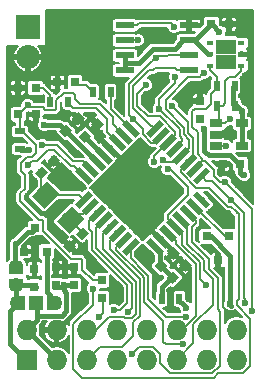
<source format=gbr>
G04 #@! TF.GenerationSoftware,KiCad,Pcbnew,no-vcs-found-7664~57~ubuntu16.10.1*
G04 #@! TF.CreationDate,2017-02-22T20:42:03+01:00*
G04 #@! TF.ProjectId,SensebenderMicro2,53656E736562656E6465724D6963726F,rev?*
G04 #@! TF.FileFunction,Copper,L1,Top,Signal*
G04 #@! TF.FilePolarity,Positive*
%FSLAX46Y46*%
G04 Gerber Fmt 4.6, Leading zero omitted, Abs format (unit mm)*
G04 Created by KiCad (PCBNEW no-vcs-found-7664~57~ubuntu16.10.1) date Wed Feb 22 20:42:03 2017*
%MOMM*%
%LPD*%
G01*
G04 APERTURE LIST*
%ADD10C,0.100000*%
%ADD11C,0.600000*%
%ADD12R,1.550000X0.600000*%
%ADD13R,0.800100X0.800100*%
%ADD14C,0.750000*%
%ADD15R,0.797560X0.797560*%
%ADD16R,0.900000X0.500000*%
%ADD17O,2.032000X2.032000*%
%ADD18R,2.032000X2.032000*%
%ADD19R,0.500000X0.900000*%
%ADD20C,0.550000*%
%ADD21R,1.060000X0.650000*%
%ADD22R,0.800000X0.750000*%
%ADD23C,1.500000*%
%ADD24R,0.750000X0.800000*%
%ADD25R,0.630000X0.450000*%
%ADD26R,0.850000X1.300000*%
%ADD27O,1.727200X1.727200*%
%ADD28R,1.727200X1.727200*%
%ADD29C,1.270000*%
%ADD30R,0.600000X1.270000*%
%ADD31R,1.200000X1.270000*%
%ADD32R,1.270000X0.600000*%
%ADD33O,1.270000X1.270000*%
%ADD34C,0.381000*%
%ADD35C,0.203200*%
G04 APERTURE END LIST*
D10*
D11*
X104355900Y-90398600D03*
X101193600Y-90424000D03*
X102412800Y-87960200D03*
X107188000Y-99339400D03*
X92887800Y-84709000D03*
X94056200Y-84785200D03*
X95046800Y-85852000D03*
X108839000Y-84226400D03*
X109499400Y-87960200D03*
X90271600Y-99237800D03*
D12*
X104711500Y-87464900D03*
X104711500Y-86194900D03*
X104711500Y-84924900D03*
X104711500Y-83654900D03*
X99311500Y-83654900D03*
X99311500Y-84924900D03*
X99311500Y-86194900D03*
X99311500Y-87464900D03*
D11*
X108915200Y-97180400D03*
X89763600Y-90246200D03*
X90271600Y-100990400D03*
X91465400Y-96748600D03*
X90256360Y-96662240D03*
X94030800Y-101666040D03*
X93578680Y-103124000D03*
X107533440Y-104566720D03*
X105928160Y-100538280D03*
D13*
X108136400Y-101513640D03*
X106236400Y-101513640D03*
X107186400Y-103512620D03*
D11*
X97703640Y-85872320D03*
X108862400Y-82715100D03*
X101942900Y-105257600D03*
X98729800Y-106083100D03*
X95427800Y-102819200D03*
X94767400Y-94056200D03*
X93891100Y-95885000D03*
X101130100Y-84048600D03*
D14*
X94643470Y-102333530D03*
D10*
G36*
X94625792Y-102881538D02*
X94095462Y-102351208D01*
X94661148Y-101785522D01*
X95191478Y-102315852D01*
X94625792Y-102881538D01*
X94625792Y-102881538D01*
G37*
D14*
X95704130Y-101272870D03*
D10*
G36*
X95686452Y-101820878D02*
X95156122Y-101290548D01*
X95721808Y-100724862D01*
X96252138Y-101255192D01*
X95686452Y-101820878D01*
X95686452Y-101820878D01*
G37*
D11*
X93461840Y-99222560D03*
X99034600Y-90779600D03*
X106273600Y-88595200D03*
X93764100Y-91351100D03*
X96418400Y-91325700D03*
X92214700Y-89877900D03*
X91694000Y-103263700D03*
X91732100Y-101828600D03*
X97243900Y-104241600D03*
X103162100Y-107149900D03*
X104470200Y-105562400D03*
X98850200Y-88277700D03*
X96850200Y-88277700D03*
X104862400Y-82715100D03*
X102862400Y-82715100D03*
X100862400Y-82715100D03*
X98862400Y-82715100D03*
X96862400Y-82715100D03*
X94862400Y-82715100D03*
D15*
X91732100Y-88938100D03*
X90233500Y-88938100D03*
D16*
X90424000Y-94120400D03*
X90424000Y-92620400D03*
D17*
X91084400Y-86334600D03*
D18*
X91084400Y-83794600D03*
D19*
X94475300Y-90093800D03*
X92975300Y-90093800D03*
X98094800Y-89281000D03*
X96594800Y-89281000D03*
D20*
X95817121Y-98415973D03*
D10*
G36*
X95445890Y-99176113D02*
X95056981Y-98787204D01*
X96188352Y-97655833D01*
X96577261Y-98044742D01*
X95445890Y-99176113D01*
X95445890Y-99176113D01*
G37*
D20*
X96382807Y-98981658D03*
D10*
G36*
X96011576Y-99741798D02*
X95622667Y-99352889D01*
X96754038Y-98221518D01*
X97142947Y-98610427D01*
X96011576Y-99741798D01*
X96011576Y-99741798D01*
G37*
D20*
X96948492Y-99547344D03*
D10*
G36*
X96577261Y-100307484D02*
X96188352Y-99918575D01*
X97319723Y-98787204D01*
X97708632Y-99176113D01*
X96577261Y-100307484D01*
X96577261Y-100307484D01*
G37*
D20*
X97514177Y-100113029D03*
D10*
G36*
X97142946Y-100873169D02*
X96754037Y-100484260D01*
X97885408Y-99352889D01*
X98274317Y-99741798D01*
X97142946Y-100873169D01*
X97142946Y-100873169D01*
G37*
D20*
X98079863Y-100678715D03*
D10*
G36*
X97708632Y-101438855D02*
X97319723Y-101049946D01*
X98451094Y-99918575D01*
X98840003Y-100307484D01*
X97708632Y-101438855D01*
X97708632Y-101438855D01*
G37*
D20*
X98645548Y-101244400D03*
D10*
G36*
X98274317Y-102004540D02*
X97885408Y-101615631D01*
X99016779Y-100484260D01*
X99405688Y-100873169D01*
X98274317Y-102004540D01*
X98274317Y-102004540D01*
G37*
D20*
X99211234Y-101810085D03*
D10*
G36*
X98840003Y-102570225D02*
X98451094Y-102181316D01*
X99582465Y-101049945D01*
X99971374Y-101438854D01*
X98840003Y-102570225D01*
X98840003Y-102570225D01*
G37*
D20*
X99776919Y-102375771D03*
D10*
G36*
X99405688Y-103135911D02*
X99016779Y-102747002D01*
X100148150Y-101615631D01*
X100537059Y-102004540D01*
X99405688Y-103135911D01*
X99405688Y-103135911D01*
G37*
D20*
X101827529Y-102375771D03*
D10*
G36*
X102587669Y-102747002D02*
X102198760Y-103135911D01*
X101067389Y-102004540D01*
X101456298Y-101615631D01*
X102587669Y-102747002D01*
X102587669Y-102747002D01*
G37*
D20*
X102393214Y-101810085D03*
D10*
G36*
X103153354Y-102181316D02*
X102764445Y-102570225D01*
X101633074Y-101438854D01*
X102021983Y-101049945D01*
X103153354Y-102181316D01*
X103153354Y-102181316D01*
G37*
D20*
X102958900Y-101244400D03*
D10*
G36*
X103719040Y-101615631D02*
X103330131Y-102004540D01*
X102198760Y-100873169D01*
X102587669Y-100484260D01*
X103719040Y-101615631D01*
X103719040Y-101615631D01*
G37*
D20*
X103524585Y-100678715D03*
D10*
G36*
X104284725Y-101049946D02*
X103895816Y-101438855D01*
X102764445Y-100307484D01*
X103153354Y-99918575D01*
X104284725Y-101049946D01*
X104284725Y-101049946D01*
G37*
D20*
X104090271Y-100113029D03*
D10*
G36*
X104850411Y-100484260D02*
X104461502Y-100873169D01*
X103330131Y-99741798D01*
X103719040Y-99352889D01*
X104850411Y-100484260D01*
X104850411Y-100484260D01*
G37*
D20*
X104655956Y-99547344D03*
D10*
G36*
X105416096Y-99918575D02*
X105027187Y-100307484D01*
X103895816Y-99176113D01*
X104284725Y-98787204D01*
X105416096Y-99918575D01*
X105416096Y-99918575D01*
G37*
D20*
X105221641Y-98981658D03*
D10*
G36*
X105981781Y-99352889D02*
X105592872Y-99741798D01*
X104461501Y-98610427D01*
X104850410Y-98221518D01*
X105981781Y-99352889D01*
X105981781Y-99352889D01*
G37*
D20*
X105787327Y-98415973D03*
D10*
G36*
X106547467Y-98787204D02*
X106158558Y-99176113D01*
X105027187Y-98044742D01*
X105416096Y-97655833D01*
X106547467Y-98787204D01*
X106547467Y-98787204D01*
G37*
D20*
X105787327Y-96365363D03*
D10*
G36*
X105416096Y-97125503D02*
X105027187Y-96736594D01*
X106158558Y-95605223D01*
X106547467Y-95994132D01*
X105416096Y-97125503D01*
X105416096Y-97125503D01*
G37*
D20*
X105221641Y-95799678D03*
D10*
G36*
X104850410Y-96559818D02*
X104461501Y-96170909D01*
X105592872Y-95039538D01*
X105981781Y-95428447D01*
X104850410Y-96559818D01*
X104850410Y-96559818D01*
G37*
D20*
X104655956Y-95233992D03*
D10*
G36*
X104284725Y-95994132D02*
X103895816Y-95605223D01*
X105027187Y-94473852D01*
X105416096Y-94862761D01*
X104284725Y-95994132D01*
X104284725Y-95994132D01*
G37*
D20*
X104090271Y-94668307D03*
D10*
G36*
X103719040Y-95428447D02*
X103330131Y-95039538D01*
X104461502Y-93908167D01*
X104850411Y-94297076D01*
X103719040Y-95428447D01*
X103719040Y-95428447D01*
G37*
D20*
X103524585Y-94102621D03*
D10*
G36*
X103153354Y-94862761D02*
X102764445Y-94473852D01*
X103895816Y-93342481D01*
X104284725Y-93731390D01*
X103153354Y-94862761D01*
X103153354Y-94862761D01*
G37*
D20*
X102958900Y-93536936D03*
D10*
G36*
X102587669Y-94297076D02*
X102198760Y-93908167D01*
X103330131Y-92776796D01*
X103719040Y-93165705D01*
X102587669Y-94297076D01*
X102587669Y-94297076D01*
G37*
D20*
X102393214Y-92971251D03*
D10*
G36*
X102021983Y-93731391D02*
X101633074Y-93342482D01*
X102764445Y-92211111D01*
X103153354Y-92600020D01*
X102021983Y-93731391D01*
X102021983Y-93731391D01*
G37*
D20*
X101827529Y-92405565D03*
D10*
G36*
X101456298Y-93165705D02*
X101067389Y-92776796D01*
X102198760Y-91645425D01*
X102587669Y-92034334D01*
X101456298Y-93165705D01*
X101456298Y-93165705D01*
G37*
D20*
X99776919Y-92405565D03*
D10*
G36*
X100537059Y-92776796D02*
X100148150Y-93165705D01*
X99016779Y-92034334D01*
X99405688Y-91645425D01*
X100537059Y-92776796D01*
X100537059Y-92776796D01*
G37*
D20*
X99211234Y-92971251D03*
D10*
G36*
X99971374Y-93342482D02*
X99582465Y-93731391D01*
X98451094Y-92600020D01*
X98840003Y-92211111D01*
X99971374Y-93342482D01*
X99971374Y-93342482D01*
G37*
D20*
X98645548Y-93536936D03*
D10*
G36*
X99405688Y-93908167D02*
X99016779Y-94297076D01*
X97885408Y-93165705D01*
X98274317Y-92776796D01*
X99405688Y-93908167D01*
X99405688Y-93908167D01*
G37*
D20*
X98079863Y-94102621D03*
D10*
G36*
X98840003Y-94473852D02*
X98451094Y-94862761D01*
X97319723Y-93731390D01*
X97708632Y-93342481D01*
X98840003Y-94473852D01*
X98840003Y-94473852D01*
G37*
D20*
X97514177Y-94668307D03*
D10*
G36*
X98274317Y-95039538D02*
X97885408Y-95428447D01*
X96754037Y-94297076D01*
X97142946Y-93908167D01*
X98274317Y-95039538D01*
X98274317Y-95039538D01*
G37*
D20*
X96948492Y-95233992D03*
D10*
G36*
X97708632Y-95605223D02*
X97319723Y-95994132D01*
X96188352Y-94862761D01*
X96577261Y-94473852D01*
X97708632Y-95605223D01*
X97708632Y-95605223D01*
G37*
D20*
X96382807Y-95799678D03*
D10*
G36*
X97142947Y-96170909D02*
X96754038Y-96559818D01*
X95622667Y-95428447D01*
X96011576Y-95039538D01*
X97142947Y-96170909D01*
X97142947Y-96170909D01*
G37*
D20*
X95817121Y-96365363D03*
D10*
G36*
X96577261Y-96736594D02*
X96188352Y-97125503D01*
X95056981Y-95994132D01*
X95445890Y-95605223D01*
X96577261Y-96736594D01*
X96577261Y-96736594D01*
G37*
D19*
X108623800Y-90474800D03*
X107123800Y-90474800D03*
D21*
X107002400Y-91937800D03*
X107002400Y-92887800D03*
X107002400Y-93837800D03*
X109202400Y-93837800D03*
X109202400Y-91937800D03*
D22*
X108128500Y-83553300D03*
X106628500Y-83553300D03*
X109068300Y-95402400D03*
X107568300Y-95402400D03*
D11*
X92862400Y-82715100D03*
X101517200Y-98418400D03*
X100517200Y-98418400D03*
X99517200Y-98418400D03*
X101517200Y-97418400D03*
X99517200Y-97418400D03*
X101517200Y-96418400D03*
X100517200Y-96418400D03*
X99517200Y-96418400D03*
D23*
X92563740Y-97999340D03*
D10*
G36*
X91397014Y-98105406D02*
X92669806Y-96832614D01*
X93730466Y-97893274D01*
X92457674Y-99166066D01*
X91397014Y-98105406D01*
X91397014Y-98105406D01*
G37*
D23*
X94685060Y-100120660D03*
D10*
G36*
X93518334Y-100226726D02*
X94791126Y-98953934D01*
X95851786Y-100014594D01*
X94578994Y-101287386D01*
X93518334Y-100226726D01*
X93518334Y-100226726D01*
G37*
D14*
X96974130Y-92001870D03*
D10*
G36*
X96991808Y-91453862D02*
X97522138Y-91984192D01*
X96956452Y-92549878D01*
X96426122Y-92019548D01*
X96991808Y-91453862D01*
X96991808Y-91453862D01*
G37*
D14*
X95913470Y-93062530D03*
D10*
G36*
X95931148Y-92514522D02*
X96461478Y-93044852D01*
X95895792Y-93610538D01*
X95365462Y-93080208D01*
X95931148Y-92514522D01*
X95931148Y-92514522D01*
G37*
D14*
X103400330Y-102936570D03*
D10*
G36*
X103418008Y-102388562D02*
X103948338Y-102918892D01*
X103382652Y-103484578D01*
X102852322Y-102954248D01*
X103418008Y-102388562D01*
X103418008Y-102388562D01*
G37*
D14*
X102339670Y-103997230D03*
D10*
G36*
X102357348Y-103449222D02*
X102887678Y-103979552D01*
X102321992Y-104545238D01*
X101791662Y-104014908D01*
X102357348Y-103449222D01*
X102357348Y-103449222D01*
G37*
D24*
X97358200Y-105218800D03*
X97358200Y-106718800D03*
D13*
X90769400Y-102803960D03*
X92669400Y-102803960D03*
X91719400Y-100804980D03*
D25*
X109163000Y-87043300D03*
X109163000Y-86093300D03*
X109163000Y-85143300D03*
X106483000Y-85143300D03*
X106483000Y-86093300D03*
X106483000Y-87043300D03*
D26*
X107398000Y-85443300D03*
X107398000Y-86743300D03*
X108248000Y-85443300D03*
X108248000Y-86743300D03*
D27*
X108762800Y-109448600D03*
X108762800Y-111988600D03*
X106222800Y-109448600D03*
X106222800Y-111988600D03*
X103682800Y-109448600D03*
X103682800Y-111988600D03*
X101142800Y-109448600D03*
X101142800Y-111988600D03*
D28*
X90982800Y-111988600D03*
D27*
X90982800Y-109448600D03*
X93522800Y-111988600D03*
X93522800Y-109448600D03*
X96062800Y-111988600D03*
X96062800Y-109448600D03*
X98602800Y-111988600D03*
X98602800Y-109448600D03*
D14*
X103365300Y-105003600D03*
D10*
G36*
X103347622Y-105551608D02*
X102817292Y-105021278D01*
X103382978Y-104455592D01*
X103913308Y-104985922D01*
X103347622Y-105551608D01*
X103347622Y-105551608D01*
G37*
D14*
X104425960Y-103942940D03*
D10*
G36*
X104408282Y-104490948D02*
X103877952Y-103960618D01*
X104443638Y-103394932D01*
X104973968Y-103925262D01*
X104408282Y-104490948D01*
X104408282Y-104490948D01*
G37*
D29*
X90151000Y-107162600D03*
X93351000Y-107162600D03*
D30*
X92951000Y-107162600D03*
D31*
X91751000Y-107162600D03*
D30*
X90551000Y-107162600D03*
D14*
X93291130Y-95075270D03*
D10*
G36*
X93308808Y-94527262D02*
X93839138Y-95057592D01*
X93273452Y-95623278D01*
X92743122Y-95092948D01*
X93308808Y-94527262D01*
X93308808Y-94527262D01*
G37*
D14*
X92230470Y-96135930D03*
D10*
G36*
X92248148Y-95587922D02*
X92778478Y-96118252D01*
X92212792Y-96683938D01*
X91682462Y-96153608D01*
X92248148Y-95587922D01*
X92248148Y-95587922D01*
G37*
D32*
X90119200Y-104457500D03*
X90119200Y-105346500D03*
D33*
X90119200Y-104140000D03*
X90119200Y-105664000D03*
D24*
X91643200Y-105779000D03*
X91643200Y-104279000D03*
D15*
X95084900Y-88468200D03*
X93586300Y-88468200D03*
D14*
X94287870Y-92579930D03*
D10*
G36*
X94270192Y-93127938D02*
X93739862Y-92597608D01*
X94305548Y-92031922D01*
X94835878Y-92562252D01*
X94270192Y-93127938D01*
X94270192Y-93127938D01*
G37*
D14*
X95348530Y-91519270D03*
D10*
G36*
X95330852Y-92067278D02*
X94800522Y-91536948D01*
X95366208Y-90971262D01*
X95896538Y-91501592D01*
X95330852Y-92067278D01*
X95330852Y-92067278D01*
G37*
D22*
X90284300Y-91186000D03*
X91784300Y-91186000D03*
D19*
X108585000Y-88760300D03*
X107085000Y-88760300D03*
D24*
X93446600Y-104126600D03*
X93446600Y-105626600D03*
D19*
X103899400Y-106781600D03*
X102399400Y-106781600D03*
D24*
X105652000Y-91555000D03*
X105652000Y-90055000D03*
X94996700Y-104126600D03*
X94996700Y-105626600D03*
D11*
X107382918Y-96076021D03*
X107797600Y-92798900D03*
X108208306Y-107243590D03*
X104503751Y-107575002D03*
X107289600Y-84201000D03*
X109392530Y-96326389D03*
X109202400Y-90888300D03*
X91179407Y-94175186D03*
X106018638Y-92413147D03*
X92465752Y-92084752D03*
X94132400Y-105602800D03*
X103458698Y-83743800D03*
X102184200Y-90703400D03*
X103529279Y-88018910D03*
X101900000Y-86393310D03*
X99961700Y-91541600D03*
X101061810Y-88722174D03*
X100393500Y-84912200D03*
X101783056Y-95204482D03*
X102531610Y-95023877D03*
X105959861Y-87669979D03*
X102908100Y-95783400D03*
X106132400Y-105602800D03*
X99597812Y-107884794D03*
X98348800Y-107746800D03*
X91059000Y-90398600D03*
X91084400Y-95478600D03*
X92290900Y-93751400D03*
X108165900Y-91554300D03*
X108297669Y-98417046D03*
X109431032Y-107174342D03*
X110038581Y-107809889D03*
X107736704Y-96894025D03*
X107874658Y-93841804D03*
X97104200Y-108356400D03*
X99898200Y-111506000D03*
X103305573Y-90460246D03*
X96578710Y-105927598D03*
X104435029Y-108349773D03*
X104198087Y-110659525D03*
D34*
X107382918Y-95651757D02*
X107382918Y-96076021D01*
X107382918Y-95587782D02*
X107382918Y-95651757D01*
X107568300Y-95402400D02*
X107382918Y-95587782D01*
X93522800Y-109448600D02*
X94780100Y-108191300D01*
X108192000Y-83616800D02*
X108128500Y-83553300D01*
X107002400Y-92887800D02*
X107708700Y-92887800D01*
X107708700Y-92887800D02*
X107797600Y-92798900D01*
X90769400Y-102803960D02*
X90769400Y-102753200D01*
X93291130Y-95075270D02*
X93291130Y-95170730D01*
X94643470Y-102333530D02*
X94688130Y-102333530D01*
X91643200Y-104279000D02*
X91643200Y-103759000D01*
X93268800Y-104279000D02*
X93294200Y-104253600D01*
X96974130Y-92001870D02*
X96974130Y-92979444D01*
X96974130Y-92979444D02*
X97760039Y-93765353D01*
X96491530Y-91519270D02*
X96974130Y-92001870D01*
X103298730Y-102847670D02*
X103298730Y-102698157D01*
X103298730Y-102698157D02*
X102073390Y-101472817D01*
X103298730Y-102847670D02*
X103298730Y-102853810D01*
X103298730Y-102853810D02*
X104337060Y-103892140D01*
X94132400Y-105602800D02*
X94132400Y-106083100D01*
X94132400Y-106083100D02*
X94354301Y-106305001D01*
X94354301Y-106305001D02*
X94354301Y-107826823D01*
X94354301Y-107826823D02*
X93964425Y-108216699D01*
X93964425Y-108216699D02*
X91884501Y-108216699D01*
X91884501Y-108216699D02*
X91821000Y-108280200D01*
X94132400Y-105602800D02*
X94972900Y-105602800D01*
X94972900Y-105602800D02*
X94996700Y-105626600D01*
X106550462Y-101513640D02*
X108208306Y-103171484D01*
X108208306Y-106819326D02*
X108208306Y-107243590D01*
X108208306Y-107281216D02*
X108208306Y-107243590D01*
X108208306Y-103171484D02*
X108208306Y-106819326D01*
X108292890Y-107365800D02*
X108208306Y-107281216D01*
X106136400Y-101513640D02*
X106550462Y-101513640D01*
X103899400Y-106970651D02*
X104203752Y-107275003D01*
X103899400Y-106781600D02*
X103899400Y-106970651D01*
X104203752Y-107275003D02*
X104503751Y-107575002D01*
X106628500Y-83553300D02*
X106641900Y-83553300D01*
X106641900Y-83553300D02*
X107289600Y-84201000D01*
X108585000Y-88760300D02*
X108450099Y-88895201D01*
X108450099Y-88895201D02*
X108450099Y-90301099D01*
X108450099Y-90301099D02*
X108623800Y-90474800D01*
X109202400Y-91937800D02*
X109202400Y-93837800D01*
X109068300Y-95402400D02*
X108967514Y-95402400D01*
X106018638Y-94283838D02*
X106018638Y-92413147D01*
X108967514Y-95402400D02*
X108211514Y-94646400D01*
X108211514Y-94646400D02*
X106381200Y-94646400D01*
X106381200Y-94646400D02*
X106018638Y-94283838D01*
X109068300Y-95402400D02*
X109068300Y-96158400D01*
X109068300Y-96158400D02*
X109236289Y-96326389D01*
X109236289Y-96326389D02*
X109392530Y-96326389D01*
X101698324Y-85605900D02*
X103555500Y-85605900D01*
X100499724Y-86804500D02*
X101698324Y-85605900D01*
X104236500Y-84924900D02*
X104711500Y-84924900D01*
X103555500Y-85605900D02*
X104236500Y-84924900D01*
X99311500Y-86804500D02*
X100499724Y-86804500D01*
X108623800Y-90474800D02*
X108788900Y-90474800D01*
X108788900Y-90474800D02*
X109202400Y-90888300D01*
X90755143Y-94175186D02*
X91179407Y-94175186D01*
X90424000Y-94120400D02*
X90478786Y-94175186D01*
X90478786Y-94175186D02*
X90755143Y-94175186D01*
X109202400Y-91937800D02*
X109202400Y-90888300D01*
X99311500Y-87464900D02*
X99311500Y-86804500D01*
X99311500Y-86804500D02*
X99311500Y-86194900D01*
X104711500Y-84924900D02*
X105256900Y-84924900D01*
X105256900Y-84924900D02*
X106628500Y-83553300D01*
X106483000Y-86093300D02*
X106354900Y-86093300D01*
X106354900Y-86093300D02*
X105186500Y-84924900D01*
X105186500Y-84924900D02*
X104711500Y-84924900D01*
X92465752Y-92084752D02*
X93792692Y-92084752D01*
X93792692Y-92084752D02*
X94287870Y-92579930D01*
X91821000Y-108610400D02*
X91821000Y-108280200D01*
X91821000Y-108280200D02*
X91821000Y-107162600D01*
X90982800Y-109448600D02*
X91821000Y-108610400D01*
X94287870Y-92579930D02*
X94311874Y-92579930D01*
X94311874Y-92579930D02*
X96628668Y-94896724D01*
X90982800Y-109448600D02*
X93522800Y-111988600D01*
X93294200Y-105753600D02*
X93981600Y-105753600D01*
X93981600Y-105753600D02*
X94132400Y-105602800D01*
X90982800Y-111988600D02*
X89586001Y-110591801D01*
X89586001Y-110591801D02*
X89586001Y-107797599D01*
X89586001Y-107797599D02*
X90221000Y-107162600D01*
X90119200Y-105664000D02*
X90119200Y-107060800D01*
X90119200Y-107060800D02*
X90221000Y-107162600D01*
X90119200Y-105664000D02*
X91629800Y-105664000D01*
X91629800Y-105664000D02*
X91744800Y-105779000D01*
D35*
X102775093Y-83469199D02*
X103184097Y-83469199D01*
X103184097Y-83469199D02*
X103458698Y-83743800D01*
X102184200Y-90703400D02*
X102184200Y-89876779D01*
X102184200Y-89876779D02*
X103529279Y-88531700D01*
X103529279Y-88531700D02*
X103529279Y-88018910D01*
X103930766Y-92449966D02*
X102184200Y-90703400D01*
X103930766Y-92500744D02*
X103930766Y-92449966D01*
X103930766Y-93024763D02*
X104160980Y-93254977D01*
X103930766Y-92500744D02*
X103930766Y-93024763D01*
X104160980Y-93466226D02*
X103524585Y-94102621D01*
X104160980Y-93254977D02*
X104160980Y-93466226D01*
X100475401Y-83469199D02*
X102775093Y-83469199D01*
X99311500Y-83654900D02*
X100289700Y-83654900D01*
X100289700Y-83654900D02*
X100475401Y-83469199D01*
X99661701Y-91241601D02*
X99961700Y-91541600D01*
X99644178Y-91224078D02*
X99661701Y-91241601D01*
X99644178Y-88625714D02*
X99644178Y-91224078D01*
X101600001Y-86693309D02*
X101576583Y-86693309D01*
X101900000Y-86393310D02*
X101600001Y-86693309D01*
X101576583Y-86693309D02*
X99644178Y-88625714D01*
X101900000Y-86217926D02*
X101900000Y-86393310D01*
X101888674Y-86206600D02*
X101900000Y-86217926D01*
X101828600Y-86206600D02*
X101888674Y-86206600D01*
X102903000Y-86207600D02*
X102915700Y-86194900D01*
X102915700Y-86194900D02*
X104711500Y-86194900D01*
X99961700Y-91541600D02*
X100813379Y-92393279D01*
X100813379Y-92393279D02*
X100813379Y-92882013D01*
X100813379Y-92882013D02*
X101539012Y-93607646D01*
X101539012Y-93607646D02*
X101756819Y-93607646D01*
X101756819Y-93607646D02*
X102393214Y-92971251D01*
X101828600Y-86206600D02*
X101829600Y-86207600D01*
X101829600Y-86207600D02*
X102903000Y-86207600D01*
X100761811Y-89022173D02*
X101061810Y-88722174D01*
X100355400Y-89428584D02*
X100761811Y-89022173D01*
X100355400Y-90474800D02*
X100355400Y-89428584D01*
X102958900Y-93536936D02*
X103575155Y-92920681D01*
X102260400Y-91347838D02*
X101228438Y-91347838D01*
X103575155Y-92662593D02*
X102260400Y-91347838D01*
X103575155Y-92920681D02*
X103575155Y-92662593D01*
X101228438Y-91347838D02*
X100355400Y-90474800D01*
X99969236Y-84912200D02*
X100393500Y-84912200D01*
X99354449Y-84912200D02*
X99969236Y-84912200D01*
X99329049Y-84937600D02*
X99354449Y-84912200D01*
X101783056Y-94712780D02*
X101783056Y-94780218D01*
X102958900Y-93536936D02*
X101783056Y-94712780D01*
X101783056Y-94780218D02*
X101783056Y-95204482D01*
X104090271Y-94668307D02*
X104726666Y-94031912D01*
X104726666Y-94031912D02*
X104726666Y-93317755D01*
X104726666Y-93317755D02*
X104286377Y-92877466D01*
X104286377Y-92877466D02*
X104286377Y-92302668D01*
X104286377Y-92302668D02*
X102743011Y-90759302D01*
X102743011Y-90759302D02*
X102743011Y-89941389D01*
X105659862Y-87969978D02*
X105959861Y-87669979D01*
X102743011Y-89941389D02*
X104665499Y-88018901D01*
X104665499Y-88018901D02*
X105659862Y-88018901D01*
X105659862Y-88018901D02*
X105659862Y-87969978D01*
X102737132Y-95229399D02*
X102531610Y-95023877D01*
X103529179Y-95229399D02*
X102737132Y-95229399D01*
X104090271Y-94668307D02*
X103529179Y-95229399D01*
X105633811Y-105104211D02*
X106132400Y-105602800D01*
X104160980Y-102214220D02*
X105633811Y-103687051D01*
X105633811Y-103687051D02*
X105633811Y-105104211D01*
X104160980Y-101315110D02*
X104160980Y-102214220D01*
X103524585Y-100678715D02*
X104160980Y-101315110D01*
X102908100Y-95783400D02*
X103098600Y-95783400D01*
X102933500Y-100070186D02*
X103841156Y-100977842D01*
X103098600Y-95783400D02*
X104635300Y-97320100D01*
X104635300Y-97320100D02*
X104635300Y-98031300D01*
X104635300Y-98031300D02*
X102933500Y-99733100D01*
X102933500Y-99733100D02*
X102933500Y-100070186D01*
X102958900Y-101244400D02*
X103595295Y-101880795D01*
X104119692Y-109448600D02*
X103682800Y-109448600D01*
X105278202Y-108290090D02*
X104119692Y-109448600D01*
X105278202Y-103834350D02*
X105278202Y-108290090D01*
X103595295Y-102151443D02*
X105278202Y-103834350D01*
X103595295Y-101880795D02*
X103595295Y-102151443D01*
X103682800Y-111988600D02*
X105105199Y-110566201D01*
X105105199Y-110566201D02*
X105105199Y-108966001D01*
X106718100Y-107353100D02*
X106718100Y-105092500D01*
X105105199Y-108966001D02*
X106718100Y-107353100D01*
X105989422Y-103539752D02*
X104587031Y-102137361D01*
X106718100Y-105092500D02*
X105989422Y-104363822D01*
X105989422Y-104363822D02*
X105989422Y-103539752D01*
X104587031Y-102137361D02*
X104587031Y-100609789D01*
X104587031Y-100609789D02*
X104090271Y-100113029D01*
X99868013Y-105507750D02*
X96861758Y-102501495D01*
X99868013Y-107614593D02*
X99868013Y-105507750D01*
X96861758Y-102501495D02*
X96861758Y-100765448D01*
X99597812Y-107884794D02*
X99868013Y-107614593D01*
X96861758Y-100765448D02*
X97514177Y-100113029D01*
X96266000Y-100229836D02*
X96948492Y-99547344D01*
X96506148Y-101128948D02*
X96266000Y-100888800D01*
X96506148Y-102648793D02*
X96506148Y-101128948D01*
X99512402Y-107161314D02*
X99512402Y-105655048D01*
X99512402Y-105655048D02*
X96506148Y-102648793D01*
X98926916Y-107746800D02*
X99512402Y-107161314D01*
X96266000Y-100888800D02*
X96266000Y-100229836D01*
X98348800Y-107746800D02*
X98926916Y-107746800D01*
X99085401Y-110870999D02*
X97180401Y-110870999D01*
X100021953Y-109934447D02*
X99085401Y-110870999D01*
X100579235Y-105156326D02*
X100579235Y-108226204D01*
X100563967Y-105156325D02*
X100579235Y-105156326D01*
X97180401Y-110870999D02*
X96062800Y-111988600D01*
X98009153Y-101880795D02*
X98009153Y-102601511D01*
X98009153Y-102601511D02*
X100563967Y-105156325D01*
X100021953Y-108783486D02*
X100021953Y-109934447D01*
X100579235Y-108226204D02*
X100021953Y-108783486D01*
X98645548Y-101244400D02*
X98009153Y-101880795D01*
X96844624Y-109448600D02*
X96062800Y-109448600D01*
X99331890Y-108438796D02*
X99220865Y-108327771D01*
X99863734Y-108438796D02*
X99331890Y-108438796D01*
X97965453Y-108327771D02*
X96844624Y-109448600D01*
X100223624Y-108078906D02*
X99863734Y-108438796D01*
X97443468Y-102580296D02*
X100223624Y-105360452D01*
X97443468Y-101315110D02*
X97443468Y-102580296D01*
X98079863Y-100678715D02*
X97443468Y-101315110D01*
X100223624Y-105360452D02*
X100223624Y-108078906D01*
X99220865Y-108327771D02*
X97965453Y-108327771D01*
X92230470Y-96135930D02*
X92230470Y-97666070D01*
X92230470Y-97666070D02*
X92563740Y-97999340D01*
X95497297Y-98078705D02*
X95497297Y-98096149D01*
X95497297Y-98096149D02*
X95817121Y-98415973D01*
X92563740Y-97999340D02*
X95417932Y-97999340D01*
X95417932Y-97999340D02*
X95497297Y-98078705D01*
X96382807Y-98981658D02*
X95746412Y-99618053D01*
X95746412Y-99618053D02*
X95187667Y-99618053D01*
X95187667Y-99618053D02*
X94685060Y-100120660D01*
X95500930Y-101349070D02*
X95500930Y-100936530D01*
X95500930Y-100936530D02*
X94685060Y-100120660D01*
X97459800Y-105230800D02*
X96579908Y-105230800D01*
X96579908Y-105230800D02*
X95669100Y-104319992D01*
X95669100Y-104319992D02*
X95669100Y-103521078D01*
X95669100Y-103521078D02*
X95546623Y-103398601D01*
X90835761Y-96337401D02*
X90474800Y-95976440D01*
X95546623Y-103398601D02*
X94747709Y-103398601D01*
X94747709Y-103398601D02*
X92398851Y-101049743D01*
X91736898Y-94017322D02*
X91736898Y-93733298D01*
X92398851Y-101049743D02*
X92398851Y-100181409D01*
X92398851Y-100181409D02*
X92342971Y-100125529D01*
X90429080Y-97876360D02*
X90815160Y-97490280D01*
X92342971Y-100125529D02*
X92002328Y-100125529D01*
X90815160Y-97490280D02*
X90835761Y-97490280D01*
X90474800Y-95976440D02*
X90474800Y-95262700D01*
X92002328Y-100125529D02*
X90429080Y-98552281D01*
X91762112Y-94450610D02*
X91762112Y-94042536D01*
X90429080Y-98552281D02*
X90429080Y-97876360D01*
X90835761Y-97490280D02*
X90835761Y-96337401D01*
X90474800Y-95262700D02*
X90980841Y-94756659D01*
X90980841Y-94756659D02*
X91456063Y-94756659D01*
X91456063Y-94756659D02*
X91762112Y-94450610D01*
X91762112Y-94042536D02*
X91736898Y-94017322D01*
X91736898Y-93733298D02*
X90624000Y-92620400D01*
X90624000Y-92620400D02*
X90424000Y-92620400D01*
X98255015Y-91369125D02*
X98255015Y-91997588D01*
X95491290Y-90296990D02*
X97182880Y-90296990D01*
X95110300Y-89916000D02*
X95491290Y-90296990D01*
X93497400Y-89978698D02*
X94131598Y-89344500D01*
X97182880Y-90296990D02*
X98255015Y-91369125D01*
X95110300Y-89571598D02*
X95110300Y-89916000D01*
X94131598Y-89344500D02*
X94883202Y-89344500D01*
X98255015Y-91997588D02*
X98891410Y-92633983D01*
X93497400Y-90728902D02*
X93497400Y-89978698D01*
X92541998Y-90817700D02*
X93408602Y-90817700D01*
X92463701Y-90587479D02*
X92463701Y-90739403D01*
X92463701Y-90739403D02*
X92541998Y-90817700D01*
X92407821Y-90531599D02*
X92463701Y-90587479D01*
X93408602Y-90817700D02*
X93497400Y-90728902D01*
X90963701Y-90531599D02*
X92407821Y-90531599D01*
X94883202Y-89344500D02*
X95110300Y-89571598D01*
X90963701Y-90531599D02*
X90963701Y-90493899D01*
X90963701Y-90493899D02*
X91059000Y-90398600D01*
X90284300Y-91186000D02*
X90309300Y-91186000D01*
X90309300Y-91186000D02*
X90963701Y-90531599D01*
X90424000Y-92620400D02*
X90424000Y-91325700D01*
X90424000Y-91325700D02*
X90284300Y-91186000D01*
X92793313Y-94157811D02*
X91838284Y-95112840D01*
X91084400Y-95427800D02*
X91399360Y-95112840D01*
X91399360Y-95112840D02*
X91838284Y-95112840D01*
X91084400Y-95478600D02*
X91084400Y-95427800D01*
X94759791Y-95580200D02*
X93337402Y-94157811D01*
X94759791Y-95580200D02*
X95031958Y-95580200D01*
X95031958Y-95580200D02*
X95817121Y-96365363D01*
X93337402Y-94157811D02*
X92793313Y-94157811D01*
X92290900Y-93751400D02*
X93522800Y-93751400D01*
X93522800Y-93751400D02*
X94934683Y-95163283D01*
X94934683Y-95163283D02*
X95746412Y-95163283D01*
X95746412Y-95163283D02*
X96382807Y-95799678D01*
X109163000Y-87043300D02*
X109163000Y-87471500D01*
X107797600Y-88344778D02*
X107797600Y-90254200D01*
X109163000Y-87471500D02*
X108603601Y-88030899D01*
X107797600Y-90254200D02*
X107577000Y-90474800D01*
X108603601Y-88030899D02*
X108111479Y-88030899D01*
X108111479Y-88030899D02*
X107797600Y-88344778D01*
X107577000Y-90474800D02*
X107123800Y-90474800D01*
X108297669Y-98417046D02*
X109423191Y-99542568D01*
X109423191Y-106742237D02*
X109431032Y-106750078D01*
X109431032Y-106750078D02*
X109431032Y-107174342D01*
X109423191Y-99542568D02*
X109423191Y-106742237D01*
X107002400Y-91937800D02*
X107238100Y-91702100D01*
X107238100Y-91702100D02*
X107238100Y-90224000D01*
X107002400Y-91937800D02*
X107782400Y-91937800D01*
X107782400Y-91937800D02*
X108165900Y-91554300D01*
X106667300Y-96786677D02*
X108297669Y-98417046D01*
X106667300Y-96786677D02*
X106208641Y-96786677D01*
X106208641Y-96786677D02*
X105787327Y-96365363D01*
X107002400Y-91937800D02*
X107528400Y-91937800D01*
X105858036Y-95163283D02*
X105858036Y-94945474D01*
X105194677Y-90734401D02*
X106178070Y-90734401D01*
X105858036Y-94945474D02*
X105460031Y-94547469D01*
X106615471Y-90297000D02*
X106615471Y-89429829D01*
X105460031Y-94547469D02*
X105460032Y-94339157D01*
X106178070Y-90734401D02*
X106615471Y-90297000D01*
X105460032Y-94339157D02*
X105460032Y-92712055D01*
X105460032Y-92712055D02*
X104997599Y-92249622D01*
X104997599Y-92249622D02*
X104997599Y-90931479D01*
X106615471Y-89429829D02*
X107085000Y-88960300D01*
X104997599Y-90931479D02*
X105194677Y-90734401D01*
X107085000Y-88960300D02*
X107085000Y-88760300D01*
X110038581Y-107385625D02*
X110038581Y-107809889D01*
X110038581Y-99195902D02*
X110038581Y-107385625D01*
X107736704Y-96894025D02*
X110038581Y-99195902D01*
X106803516Y-96385101D02*
X107312440Y-96894025D01*
X106803516Y-95873510D02*
X106803516Y-96385101D01*
X106093289Y-95163283D02*
X106803516Y-95873510D01*
X105858036Y-95163283D02*
X106093289Y-95163283D01*
X107312440Y-96894025D02*
X107736704Y-96894025D01*
X106483000Y-87043300D02*
X106483000Y-87390100D01*
X106483000Y-87390100D02*
X107085000Y-87992100D01*
X107085000Y-87992100D02*
X107085000Y-88760300D01*
X107870654Y-93837800D02*
X107874658Y-93841804D01*
X107002400Y-93837800D02*
X107870654Y-93837800D01*
X105221641Y-95799678D02*
X105858036Y-95163283D01*
X95084900Y-88658700D02*
X95972500Y-88658700D01*
X95972500Y-88658700D02*
X96594800Y-89281000D01*
X105221641Y-98981658D02*
X107753623Y-101513640D01*
X107753623Y-101513640D02*
X108136400Y-101513640D01*
X107753623Y-101513640D02*
X108036400Y-101513640D01*
X101663500Y-87464900D02*
X101854000Y-87274400D01*
X101333300Y-87464900D02*
X101663500Y-87464900D01*
X103733300Y-87464900D02*
X104711500Y-87464900D01*
X99999789Y-90622098D02*
X99999789Y-88798411D01*
X103542800Y-87274400D02*
X103733300Y-87464900D01*
X101562365Y-92140401D02*
X101518092Y-92140401D01*
X101854000Y-87274400D02*
X103542800Y-87274400D01*
X101827529Y-92405565D02*
X101562365Y-92140401D01*
X101518092Y-92140401D02*
X99999789Y-90622098D01*
X99999789Y-88798411D02*
X101333300Y-87464900D01*
X95913470Y-93062530D02*
X95925844Y-93062530D01*
D34*
X95925844Y-93062530D02*
X97194353Y-94331039D01*
D35*
X98094800Y-89281000D02*
X98094800Y-90706002D01*
X98820700Y-91431902D02*
X98933000Y-91544202D01*
X98933000Y-91544202D02*
X99457095Y-92068297D01*
X98094800Y-90706002D02*
X98933000Y-91544202D01*
X98820700Y-91419884D02*
X98820700Y-91431902D01*
D34*
X91109800Y-101104700D02*
X91419680Y-101104700D01*
X91419680Y-101104700D02*
X91719400Y-100804980D01*
X90119200Y-104140000D02*
X90001049Y-104021849D01*
X90001049Y-102069900D02*
X90144600Y-102069900D01*
X90144600Y-102069900D02*
X91109800Y-101104700D01*
X90001049Y-104021849D02*
X90001049Y-102069900D01*
X92951000Y-107162600D02*
X92951000Y-106464658D01*
X92951000Y-106464658D02*
X92669400Y-106183058D01*
X92669400Y-106183058D02*
X92669400Y-103585010D01*
X92669400Y-103585010D02*
X92669400Y-102803960D01*
D35*
X97459800Y-108000800D02*
X97104200Y-108356400D01*
X97459800Y-106730800D02*
X97459800Y-108000800D01*
X107365800Y-107873800D02*
X107162600Y-107670600D01*
X107340401Y-112476211D02*
X107340401Y-111937800D01*
X107365800Y-107873800D02*
X107365800Y-111912401D01*
X107365800Y-111912401D02*
X107340401Y-111937800D01*
X102260401Y-111452151D02*
X102260401Y-112220251D01*
X99898200Y-111506000D02*
X100533201Y-110870999D01*
X100533201Y-110870999D02*
X101679249Y-110870999D01*
X105292351Y-100183739D02*
X104655956Y-99547344D01*
X101679249Y-110870999D02*
X102260401Y-111452151D01*
X103146351Y-113106201D02*
X106710411Y-113106201D01*
X102260401Y-112220251D02*
X103146351Y-113106201D01*
X104942640Y-101965760D02*
X104942640Y-100751258D01*
X106710411Y-113106201D02*
X107340401Y-112476211D01*
X106406949Y-104278441D02*
X106406949Y-103454371D01*
X106406949Y-103454371D02*
X105292351Y-102339773D01*
X105292351Y-100401547D02*
X105292351Y-100183739D01*
X104942640Y-100751258D02*
X105292351Y-100401547D01*
X107162600Y-107670600D02*
X107162600Y-105034092D01*
X107162600Y-105034092D02*
X106406949Y-104278441D01*
X105292351Y-102315471D02*
X104942640Y-101965760D01*
X105292351Y-102339773D02*
X105292351Y-102315471D01*
X105104421Y-94785527D02*
X104655956Y-95233992D01*
X104641988Y-92730167D02*
X105104421Y-93192600D01*
X104641988Y-91796661D02*
X104641988Y-92730167D01*
X103305573Y-90460246D02*
X104641988Y-91796661D01*
X105104421Y-93192600D02*
X105104421Y-94785527D01*
X96578710Y-106351862D02*
X96578710Y-105927598D01*
X96578710Y-107278640D02*
X96578710Y-106351862D01*
X95681808Y-113461808D02*
X94945199Y-112725199D01*
X109931200Y-112474250D02*
X109299249Y-113106201D01*
X106857709Y-113461811D02*
X95681808Y-113461808D01*
X107213319Y-113106201D02*
X106857709Y-113461811D01*
X109299249Y-113106201D02*
X107213319Y-113106201D01*
X108787707Y-107353537D02*
X109931200Y-108497030D01*
X108696760Y-99382082D02*
X108969851Y-99655173D01*
X109931200Y-108497030D02*
X109931200Y-112474250D01*
X108787707Y-106965477D02*
X108787707Y-107353537D01*
X108969851Y-99655173D02*
X108969851Y-106783333D01*
X94945199Y-112725199D02*
X94945199Y-108912151D01*
X94945199Y-108912151D02*
X96578710Y-107278640D01*
X108969851Y-106783333D02*
X108787707Y-106965477D01*
X108696760Y-99382082D02*
X108808520Y-99493842D01*
X104019561Y-96088196D02*
X105310878Y-97379513D01*
X104019561Y-95870387D02*
X104019561Y-96088196D01*
X104655956Y-95233992D02*
X104019561Y-95870387D01*
X105310878Y-97379513D02*
X106447520Y-97379513D01*
X108059708Y-98991701D02*
X108306379Y-98991701D01*
X106447520Y-97379513D02*
X108059708Y-98991701D01*
X108306379Y-98991701D02*
X108696760Y-99382082D01*
D34*
X102399400Y-106781600D02*
X102399400Y-105829800D01*
X102399400Y-105829800D02*
X103276400Y-104952800D01*
X102238070Y-103908330D02*
X102238070Y-102768868D01*
X102238070Y-102768868D02*
X101507705Y-102038503D01*
X103276400Y-104952800D02*
X103276400Y-104946660D01*
X103276400Y-104946660D02*
X102238070Y-103908330D01*
D35*
X104010765Y-108349773D02*
X104435029Y-108349773D01*
X102842564Y-108294936D02*
X103955928Y-108294936D01*
X102793800Y-108343700D02*
X102842564Y-108294936D01*
X103955928Y-108294936D02*
X104010765Y-108349773D01*
X99776919Y-102375771D02*
X99776919Y-103363461D01*
X101290454Y-104861731D02*
X101290454Y-105867197D01*
X99776919Y-103363461D02*
X100858564Y-104445106D01*
X100858564Y-104445106D02*
X100873832Y-104445107D01*
X100873832Y-104445107D02*
X101290454Y-104861731D01*
X101290454Y-105867197D02*
X101290457Y-105867200D01*
X101290457Y-105867200D02*
X101290457Y-106840357D01*
X101290457Y-106840357D02*
X102793800Y-108343700D01*
X102793800Y-108343700D02*
X102806500Y-108331000D01*
X100726533Y-104800716D02*
X100934845Y-105009028D01*
X100711266Y-104800716D02*
X100726533Y-104800716D01*
X98574839Y-102664289D02*
X100711266Y-104800716D01*
X98574839Y-102446480D02*
X98574839Y-102664289D01*
X99211234Y-101810085D02*
X98574839Y-102446480D01*
X100934846Y-105009028D02*
X100934845Y-105009028D01*
X100934845Y-105009028D02*
X100934846Y-107035938D01*
X102565199Y-110477299D02*
X102747425Y-110659525D01*
X103773823Y-110659525D02*
X104198087Y-110659525D01*
X102747425Y-110659525D02*
X103773823Y-110659525D01*
X100934846Y-107035938D02*
X102565199Y-108666291D01*
X102565199Y-108666291D02*
X102565199Y-110477299D01*
X91732100Y-88938100D02*
X92334080Y-88938100D01*
X92334080Y-88938100D02*
X92925480Y-89529500D01*
X92925480Y-89529500D02*
X92950600Y-89529500D01*
X92950600Y-90182700D02*
X92950600Y-89529500D01*
X94450600Y-90182700D02*
X94920501Y-90652601D01*
X97801548Y-92675492D02*
X98325724Y-93199668D01*
X96879097Y-90652601D02*
X97801548Y-91575052D01*
X94920501Y-90652601D02*
X96879097Y-90652601D01*
X97801548Y-91575052D02*
X97801548Y-92675492D01*
G36*
X92658406Y-108740160D02*
X92453096Y-109124876D01*
X92479124Y-109296200D01*
X93370400Y-109296200D01*
X93370400Y-109276200D01*
X93675200Y-109276200D01*
X93675200Y-109296200D01*
X93695200Y-109296200D01*
X93695200Y-109601000D01*
X93675200Y-109601000D01*
X93675200Y-110491625D01*
X93846522Y-110518288D01*
X94050288Y-110433902D01*
X94387194Y-110157040D01*
X94538799Y-109872958D01*
X94538799Y-111423605D01*
X94348984Y-111139526D01*
X93969927Y-110886249D01*
X93522800Y-110797310D01*
X93113404Y-110878744D01*
X92077362Y-109842702D01*
X92091360Y-109772324D01*
X92453096Y-109772324D01*
X92658406Y-110157040D01*
X92995312Y-110433902D01*
X93199078Y-110518288D01*
X93370400Y-110491625D01*
X93370400Y-109601000D01*
X92479124Y-109601000D01*
X92453096Y-109772324D01*
X92091360Y-109772324D01*
X92151200Y-109471490D01*
X92151200Y-109425710D01*
X92077362Y-109054498D01*
X92171230Y-108960630D01*
X92278598Y-108799943D01*
X92296091Y-108711999D01*
X92692674Y-108711999D01*
X92658406Y-108740160D01*
X92658406Y-108740160D01*
G37*
X92658406Y-108740160D02*
X92453096Y-109124876D01*
X92479124Y-109296200D01*
X93370400Y-109296200D01*
X93370400Y-109276200D01*
X93675200Y-109276200D01*
X93675200Y-109296200D01*
X93695200Y-109296200D01*
X93695200Y-109601000D01*
X93675200Y-109601000D01*
X93675200Y-110491625D01*
X93846522Y-110518288D01*
X94050288Y-110433902D01*
X94387194Y-110157040D01*
X94538799Y-109872958D01*
X94538799Y-111423605D01*
X94348984Y-111139526D01*
X93969927Y-110886249D01*
X93522800Y-110797310D01*
X93113404Y-110878744D01*
X92077362Y-109842702D01*
X92091360Y-109772324D01*
X92453096Y-109772324D01*
X92658406Y-110157040D01*
X92995312Y-110433902D01*
X93199078Y-110518288D01*
X93370400Y-110491625D01*
X93370400Y-109601000D01*
X92479124Y-109601000D01*
X92453096Y-109772324D01*
X92091360Y-109772324D01*
X92151200Y-109471490D01*
X92151200Y-109425710D01*
X92077362Y-109054498D01*
X92171230Y-108960630D01*
X92278598Y-108799943D01*
X92296091Y-108711999D01*
X92692674Y-108711999D01*
X92658406Y-108740160D01*
G36*
X94391936Y-103617564D02*
X94367700Y-103676076D01*
X94367700Y-103910700D01*
X94431200Y-103974200D01*
X94844300Y-103974200D01*
X94844300Y-103954200D01*
X95149100Y-103954200D01*
X95149100Y-103974200D01*
X95169100Y-103974200D01*
X95169100Y-104279000D01*
X95149100Y-104279000D01*
X95149100Y-104717100D01*
X95212600Y-104780600D01*
X95422224Y-104780600D01*
X95515579Y-104741931D01*
X95515941Y-104741569D01*
X96212735Y-105438363D01*
X96066284Y-105584559D01*
X95974015Y-105806768D01*
X95973805Y-106047372D01*
X96065686Y-106269742D01*
X96172310Y-106376552D01*
X96172310Y-107110304D01*
X94657831Y-108624783D01*
X94569734Y-108756628D01*
X94538799Y-108912151D01*
X94538799Y-109024242D01*
X94387194Y-108740160D01*
X94238398Y-108617883D01*
X94314655Y-108566929D01*
X94704531Y-108177053D01*
X94811899Y-108016366D01*
X94849601Y-107826823D01*
X94849601Y-106337371D01*
X95371700Y-106337371D01*
X95490627Y-106313715D01*
X95591448Y-106246348D01*
X95658815Y-106145527D01*
X95682471Y-106026600D01*
X95682471Y-105226600D01*
X95658815Y-105107673D01*
X95591448Y-105006852D01*
X95490627Y-104939485D01*
X95371700Y-104915829D01*
X94621700Y-104915829D01*
X94502773Y-104939485D01*
X94401952Y-105006852D01*
X94374226Y-105048347D01*
X94253230Y-104998105D01*
X94027963Y-104997908D01*
X93940527Y-104939485D01*
X93821600Y-104915829D01*
X93164700Y-104915829D01*
X93164700Y-104780600D01*
X93230700Y-104780600D01*
X93294200Y-104717100D01*
X93294200Y-104279000D01*
X93599000Y-104279000D01*
X93599000Y-104717100D01*
X93662500Y-104780600D01*
X93872124Y-104780600D01*
X93965479Y-104741931D01*
X94036931Y-104670480D01*
X94075600Y-104577124D01*
X94075600Y-104342500D01*
X94367700Y-104342500D01*
X94367700Y-104577124D01*
X94406369Y-104670480D01*
X94477821Y-104741931D01*
X94571176Y-104780600D01*
X94780800Y-104780600D01*
X94844300Y-104717100D01*
X94844300Y-104279000D01*
X94431200Y-104279000D01*
X94367700Y-104342500D01*
X94075600Y-104342500D01*
X94012100Y-104279000D01*
X93599000Y-104279000D01*
X93294200Y-104279000D01*
X93274200Y-104279000D01*
X93274200Y-103974200D01*
X93294200Y-103974200D01*
X93294200Y-103536100D01*
X93599000Y-103536100D01*
X93599000Y-103974200D01*
X94012100Y-103974200D01*
X94075600Y-103910700D01*
X94075600Y-103676076D01*
X94036931Y-103582720D01*
X93965479Y-103511269D01*
X93872124Y-103472600D01*
X93662500Y-103472600D01*
X93599000Y-103536100D01*
X93294200Y-103536100D01*
X93230700Y-103472600D01*
X93216101Y-103472600D01*
X93289198Y-103423758D01*
X93356565Y-103322937D01*
X93380221Y-103204010D01*
X93380221Y-102605849D01*
X94391936Y-103617564D01*
X94391936Y-103617564D01*
G37*
X94391936Y-103617564D02*
X94367700Y-103676076D01*
X94367700Y-103910700D01*
X94431200Y-103974200D01*
X94844300Y-103974200D01*
X94844300Y-103954200D01*
X95149100Y-103954200D01*
X95149100Y-103974200D01*
X95169100Y-103974200D01*
X95169100Y-104279000D01*
X95149100Y-104279000D01*
X95149100Y-104717100D01*
X95212600Y-104780600D01*
X95422224Y-104780600D01*
X95515579Y-104741931D01*
X95515941Y-104741569D01*
X96212735Y-105438363D01*
X96066284Y-105584559D01*
X95974015Y-105806768D01*
X95973805Y-106047372D01*
X96065686Y-106269742D01*
X96172310Y-106376552D01*
X96172310Y-107110304D01*
X94657831Y-108624783D01*
X94569734Y-108756628D01*
X94538799Y-108912151D01*
X94538799Y-109024242D01*
X94387194Y-108740160D01*
X94238398Y-108617883D01*
X94314655Y-108566929D01*
X94704531Y-108177053D01*
X94811899Y-108016366D01*
X94849601Y-107826823D01*
X94849601Y-106337371D01*
X95371700Y-106337371D01*
X95490627Y-106313715D01*
X95591448Y-106246348D01*
X95658815Y-106145527D01*
X95682471Y-106026600D01*
X95682471Y-105226600D01*
X95658815Y-105107673D01*
X95591448Y-105006852D01*
X95490627Y-104939485D01*
X95371700Y-104915829D01*
X94621700Y-104915829D01*
X94502773Y-104939485D01*
X94401952Y-105006852D01*
X94374226Y-105048347D01*
X94253230Y-104998105D01*
X94027963Y-104997908D01*
X93940527Y-104939485D01*
X93821600Y-104915829D01*
X93164700Y-104915829D01*
X93164700Y-104780600D01*
X93230700Y-104780600D01*
X93294200Y-104717100D01*
X93294200Y-104279000D01*
X93599000Y-104279000D01*
X93599000Y-104717100D01*
X93662500Y-104780600D01*
X93872124Y-104780600D01*
X93965479Y-104741931D01*
X94036931Y-104670480D01*
X94075600Y-104577124D01*
X94075600Y-104342500D01*
X94367700Y-104342500D01*
X94367700Y-104577124D01*
X94406369Y-104670480D01*
X94477821Y-104741931D01*
X94571176Y-104780600D01*
X94780800Y-104780600D01*
X94844300Y-104717100D01*
X94844300Y-104279000D01*
X94431200Y-104279000D01*
X94367700Y-104342500D01*
X94075600Y-104342500D01*
X94012100Y-104279000D01*
X93599000Y-104279000D01*
X93294200Y-104279000D01*
X93274200Y-104279000D01*
X93274200Y-103974200D01*
X93294200Y-103974200D01*
X93294200Y-103536100D01*
X93599000Y-103536100D01*
X93599000Y-103974200D01*
X94012100Y-103974200D01*
X94075600Y-103910700D01*
X94075600Y-103676076D01*
X94036931Y-103582720D01*
X93965479Y-103511269D01*
X93872124Y-103472600D01*
X93662500Y-103472600D01*
X93599000Y-103536100D01*
X93294200Y-103536100D01*
X93230700Y-103472600D01*
X93216101Y-103472600D01*
X93289198Y-103423758D01*
X93356565Y-103322937D01*
X93380221Y-103204010D01*
X93380221Y-102605849D01*
X94391936Y-103617564D01*
G36*
X105836350Y-102224461D02*
X106560823Y-102224461D01*
X107338800Y-103002438D01*
X107338800Y-103360220D01*
X107358800Y-103360220D01*
X107358800Y-103665020D01*
X107338800Y-103665020D01*
X107338800Y-104103170D01*
X107402300Y-104166670D01*
X107636974Y-104166670D01*
X107713006Y-104135177D01*
X107713006Y-106883455D01*
X107695880Y-106900551D01*
X107603611Y-107122760D01*
X107603401Y-107363364D01*
X107695282Y-107585734D01*
X107865267Y-107756016D01*
X108087476Y-107848285D01*
X108229085Y-107848409D01*
X108292890Y-107861100D01*
X108482434Y-107823398D01*
X108602563Y-107743129D01*
X109204629Y-108345195D01*
X108762800Y-108257310D01*
X108315673Y-108346249D01*
X107936616Y-108599526D01*
X107772200Y-108845593D01*
X107772200Y-107873800D01*
X107741265Y-107718277D01*
X107653168Y-107586432D01*
X107569000Y-107502264D01*
X107569000Y-105034092D01*
X107538065Y-104878569D01*
X107449968Y-104746724D01*
X106869914Y-104166670D01*
X106970500Y-104166670D01*
X107034000Y-104103170D01*
X107034000Y-103665020D01*
X107014000Y-103665020D01*
X107014000Y-103360220D01*
X107034000Y-103360220D01*
X107034000Y-102922070D01*
X106970500Y-102858570D01*
X106735826Y-102858570D01*
X106642470Y-102897239D01*
X106571019Y-102968691D01*
X106549048Y-103021734D01*
X105730775Y-102203461D01*
X105836350Y-102224461D01*
X105836350Y-102224461D01*
G37*
X105836350Y-102224461D02*
X106560823Y-102224461D01*
X107338800Y-103002438D01*
X107338800Y-103360220D01*
X107358800Y-103360220D01*
X107358800Y-103665020D01*
X107338800Y-103665020D01*
X107338800Y-104103170D01*
X107402300Y-104166670D01*
X107636974Y-104166670D01*
X107713006Y-104135177D01*
X107713006Y-106883455D01*
X107695880Y-106900551D01*
X107603611Y-107122760D01*
X107603401Y-107363364D01*
X107695282Y-107585734D01*
X107865267Y-107756016D01*
X108087476Y-107848285D01*
X108229085Y-107848409D01*
X108292890Y-107861100D01*
X108482434Y-107823398D01*
X108602563Y-107743129D01*
X109204629Y-108345195D01*
X108762800Y-108257310D01*
X108315673Y-108346249D01*
X107936616Y-108599526D01*
X107772200Y-108845593D01*
X107772200Y-107873800D01*
X107741265Y-107718277D01*
X107653168Y-107586432D01*
X107569000Y-107502264D01*
X107569000Y-105034092D01*
X107538065Y-104878569D01*
X107449968Y-104746724D01*
X106869914Y-104166670D01*
X106970500Y-104166670D01*
X107034000Y-104103170D01*
X107034000Y-103665020D01*
X107014000Y-103665020D01*
X107014000Y-103360220D01*
X107034000Y-103360220D01*
X107034000Y-102922070D01*
X106970500Y-102858570D01*
X106735826Y-102858570D01*
X106642470Y-102897239D01*
X106571019Y-102968691D01*
X106549048Y-103021734D01*
X105730775Y-102203461D01*
X105836350Y-102224461D01*
G36*
X93914529Y-90543800D02*
X93938185Y-90662727D01*
X94005552Y-90763548D01*
X94106373Y-90830915D01*
X94225300Y-90854571D01*
X94547735Y-90854571D01*
X94633133Y-90939969D01*
X94764978Y-91028066D01*
X94920501Y-91059001D01*
X95103787Y-91059001D01*
X95348530Y-91303744D01*
X95362672Y-91289601D01*
X95578199Y-91505128D01*
X95564056Y-91519270D01*
X95856162Y-91811376D01*
X95945965Y-91811376D01*
X96111869Y-91645472D01*
X96150538Y-91552116D01*
X96150538Y-91451068D01*
X96111869Y-91357713D01*
X96040417Y-91286261D01*
X95963642Y-91209487D01*
X95873842Y-91209487D01*
X95918742Y-91164587D01*
X95813156Y-91059001D01*
X96710761Y-91059001D01*
X96877883Y-91226123D01*
X96847928Y-91238531D01*
X96682024Y-91404435D01*
X96682024Y-91494238D01*
X96974130Y-91786344D01*
X96988273Y-91772202D01*
X97203799Y-91987728D01*
X97189656Y-92001870D01*
X97203799Y-92016013D01*
X96988273Y-92231539D01*
X96974130Y-92217396D01*
X96664347Y-92527180D01*
X96664347Y-92616982D01*
X96741121Y-92693757D01*
X96812573Y-92765209D01*
X96905928Y-92803878D01*
X97006976Y-92803878D01*
X97100332Y-92765209D01*
X97266236Y-92599305D01*
X97266236Y-92509505D01*
X97311136Y-92554405D01*
X97395148Y-92470393D01*
X97395148Y-92675492D01*
X97426083Y-92831015D01*
X97502886Y-92945957D01*
X97514180Y-92962860D01*
X97598261Y-93046941D01*
X97583882Y-93119226D01*
X97564753Y-93127150D01*
X97476701Y-93215202D01*
X97476701Y-93305005D01*
X98069327Y-93897631D01*
X98094006Y-93872953D01*
X98309532Y-94088479D01*
X98284853Y-94113157D01*
X98877479Y-94705783D01*
X98967282Y-94705783D01*
X99055334Y-94617731D01*
X99063258Y-94598602D01*
X99135706Y-94584191D01*
X99236527Y-94516824D01*
X99625436Y-94127915D01*
X99692803Y-94027094D01*
X99694228Y-94019931D01*
X99701392Y-94018506D01*
X99802213Y-93951139D01*
X100191122Y-93562230D01*
X100258489Y-93461409D01*
X100259914Y-93454245D01*
X100267077Y-93452820D01*
X100367898Y-93385453D01*
X100554991Y-93198361D01*
X101251644Y-93895014D01*
X101383489Y-93983111D01*
X101539012Y-94014046D01*
X101756819Y-94014046D01*
X101864366Y-93992654D01*
X101902779Y-94018321D01*
X101495688Y-94425412D01*
X101407591Y-94557257D01*
X101376656Y-94712780D01*
X101376656Y-94755602D01*
X101270630Y-94861443D01*
X101178361Y-95083652D01*
X101178151Y-95324256D01*
X101270032Y-95546626D01*
X101440017Y-95716908D01*
X101662226Y-95809177D01*
X101902830Y-95809387D01*
X102125200Y-95717506D01*
X102272012Y-95570950D01*
X102331237Y-95595543D01*
X102303405Y-95662570D01*
X102303195Y-95903174D01*
X102395076Y-96125544D01*
X102565061Y-96295826D01*
X102787270Y-96388095D01*
X103027874Y-96388305D01*
X103099269Y-96358805D01*
X104228900Y-97488436D01*
X104228900Y-97862964D01*
X102646132Y-99445732D01*
X102558035Y-99577577D01*
X102527100Y-99733100D01*
X102527100Y-100070186D01*
X102533827Y-100104004D01*
X102477330Y-100188557D01*
X102475905Y-100195720D01*
X102468742Y-100197145D01*
X102367921Y-100264512D01*
X101979012Y-100653421D01*
X101911645Y-100754242D01*
X101897234Y-100826690D01*
X101878104Y-100834614D01*
X101790052Y-100922666D01*
X101790052Y-101012469D01*
X102382678Y-101605095D01*
X102407357Y-101580417D01*
X102622883Y-101795943D01*
X102598204Y-101820621D01*
X103112471Y-102334888D01*
X103108224Y-102339135D01*
X103108224Y-102428938D01*
X103400330Y-102721044D01*
X103414473Y-102706902D01*
X103629999Y-102922428D01*
X103615856Y-102936570D01*
X103907962Y-103228676D01*
X103997765Y-103228676D01*
X104047779Y-103178663D01*
X104174238Y-103305122D01*
X104133854Y-103345505D01*
X104133854Y-103435308D01*
X104425960Y-103727414D01*
X104440103Y-103713272D01*
X104655629Y-103928798D01*
X104641486Y-103942940D01*
X104871802Y-104173256D01*
X104871802Y-107087632D01*
X104846790Y-107062576D01*
X104624581Y-106970307D01*
X104599494Y-106970285D01*
X104460171Y-106830962D01*
X104460171Y-106331600D01*
X104436515Y-106212673D01*
X104369148Y-106111852D01*
X104268327Y-106044485D01*
X104149400Y-106020829D01*
X103649400Y-106020829D01*
X103530473Y-106044485D01*
X103429652Y-106111852D01*
X103362285Y-106212673D01*
X103338629Y-106331600D01*
X103338629Y-107231600D01*
X103362285Y-107350527D01*
X103429652Y-107451348D01*
X103530473Y-107518715D01*
X103649400Y-107542371D01*
X103770660Y-107542371D01*
X103898867Y-107670578D01*
X103898846Y-107694776D01*
X103980963Y-107893516D01*
X103955928Y-107888536D01*
X102913372Y-107888536D01*
X102567207Y-107542371D01*
X102649400Y-107542371D01*
X102768327Y-107518715D01*
X102869148Y-107451348D01*
X102936515Y-107350527D01*
X102960171Y-107231600D01*
X102960171Y-106331600D01*
X102936515Y-106212673D01*
X102894700Y-106150093D01*
X102894700Y-106034960D01*
X103146115Y-105783545D01*
X103228695Y-105838723D01*
X103347622Y-105862379D01*
X103466549Y-105838723D01*
X103567370Y-105771356D01*
X104133056Y-105205670D01*
X104200423Y-105104849D01*
X104224079Y-104985922D01*
X104200423Y-104866995D01*
X104133056Y-104766174D01*
X103835132Y-104468250D01*
X104116177Y-104468250D01*
X104116177Y-104558052D01*
X104192951Y-104634827D01*
X104264403Y-104706279D01*
X104357758Y-104744948D01*
X104458806Y-104744948D01*
X104552162Y-104706279D01*
X104718066Y-104540375D01*
X104718066Y-104450572D01*
X104425960Y-104158466D01*
X104116177Y-104468250D01*
X103835132Y-104468250D01*
X103602726Y-104235844D01*
X103501905Y-104168477D01*
X103382978Y-104144821D01*
X103264051Y-104168477D01*
X103224862Y-104194662D01*
X103156322Y-104126122D01*
X103174793Y-104098479D01*
X103198449Y-103979552D01*
X103184633Y-103910094D01*
X103623952Y-103910094D01*
X103623952Y-104011142D01*
X103662621Y-104104497D01*
X103734073Y-104175949D01*
X103810848Y-104252723D01*
X103900650Y-104252723D01*
X104210434Y-103942940D01*
X103918328Y-103650834D01*
X103828525Y-103650834D01*
X103662621Y-103816738D01*
X103623952Y-103910094D01*
X103184633Y-103910094D01*
X103174793Y-103860625D01*
X103107426Y-103759804D01*
X102809502Y-103461880D01*
X103090547Y-103461880D01*
X103090547Y-103551682D01*
X103167321Y-103628457D01*
X103238773Y-103699909D01*
X103332128Y-103738578D01*
X103433176Y-103738578D01*
X103526532Y-103699909D01*
X103692436Y-103534005D01*
X103692436Y-103444202D01*
X103400330Y-103152096D01*
X103090547Y-103461880D01*
X102809502Y-103461880D01*
X102733370Y-103385748D01*
X102733370Y-103194506D01*
X102785218Y-103246353D01*
X102875020Y-103246353D01*
X103184804Y-102936570D01*
X102971057Y-102722823D01*
X102996376Y-102697504D01*
X102996376Y-102607701D01*
X102403750Y-102015075D01*
X102379072Y-102039754D01*
X102163546Y-101824228D01*
X102188224Y-101799549D01*
X101595598Y-101206923D01*
X101505795Y-101206923D01*
X101417743Y-101294975D01*
X101409819Y-101314105D01*
X101337371Y-101328516D01*
X101236550Y-101395883D01*
X100847641Y-101784792D01*
X100802224Y-101852763D01*
X100756807Y-101784792D01*
X100367898Y-101395883D01*
X100267077Y-101328516D01*
X100259914Y-101327091D01*
X100258489Y-101319927D01*
X100191122Y-101219106D01*
X99802213Y-100830197D01*
X99701392Y-100762830D01*
X99694228Y-100761405D01*
X99692803Y-100754242D01*
X99625436Y-100653421D01*
X99236527Y-100264512D01*
X99135706Y-100197145D01*
X99128543Y-100195720D01*
X99127118Y-100188557D01*
X99059751Y-100087736D01*
X98670842Y-99698827D01*
X98570021Y-99631460D01*
X98562857Y-99630035D01*
X98561432Y-99622871D01*
X98494065Y-99522050D01*
X98105156Y-99133141D01*
X98004335Y-99065774D01*
X97997172Y-99064349D01*
X97995747Y-99057186D01*
X97928380Y-98956365D01*
X97539471Y-98567456D01*
X97438650Y-98500089D01*
X97431487Y-98498664D01*
X97430062Y-98491500D01*
X97362695Y-98390679D01*
X96973786Y-98001770D01*
X96872965Y-97934403D01*
X96865801Y-97932978D01*
X96864376Y-97925815D01*
X96797009Y-97824994D01*
X96408100Y-97436085D01*
X96340129Y-97390668D01*
X96408100Y-97345251D01*
X96797009Y-96956342D01*
X96864376Y-96855521D01*
X96865801Y-96848358D01*
X96872965Y-96846933D01*
X96973786Y-96779566D01*
X97362695Y-96390657D01*
X97430062Y-96289836D01*
X97431487Y-96282672D01*
X97438650Y-96281247D01*
X97539471Y-96213880D01*
X97928380Y-95824971D01*
X97995747Y-95724150D01*
X97997172Y-95716987D01*
X98004335Y-95715562D01*
X98105156Y-95648195D01*
X98494065Y-95259286D01*
X98561432Y-95158465D01*
X98575843Y-95086016D01*
X98594973Y-95078092D01*
X98683025Y-94990040D01*
X98683025Y-94900237D01*
X98090399Y-94307611D01*
X98065721Y-94332290D01*
X97850195Y-94116764D01*
X97874873Y-94092085D01*
X97282247Y-93499459D01*
X97192444Y-93499459D01*
X97127839Y-93564065D01*
X96740166Y-93176392D01*
X96748593Y-93163779D01*
X96772249Y-93044852D01*
X96748593Y-92925925D01*
X96681226Y-92825104D01*
X96150896Y-92294774D01*
X96050075Y-92227407D01*
X95931148Y-92203751D01*
X95812221Y-92227407D01*
X95711400Y-92294774D01*
X95219289Y-92786885D01*
X95119224Y-92686820D01*
X95122993Y-92681179D01*
X95146649Y-92562252D01*
X95122993Y-92443325D01*
X95055626Y-92342504D01*
X94757702Y-92044580D01*
X95038747Y-92044580D01*
X95038747Y-92134382D01*
X95115521Y-92211157D01*
X95186973Y-92282609D01*
X95280328Y-92321278D01*
X95381376Y-92321278D01*
X95474732Y-92282609D01*
X95640636Y-92116705D01*
X95640636Y-92026902D01*
X95582758Y-91969024D01*
X96172122Y-91969024D01*
X96172122Y-92070072D01*
X96210791Y-92163427D01*
X96282243Y-92234879D01*
X96359018Y-92311653D01*
X96448820Y-92311653D01*
X96758604Y-92001870D01*
X96466498Y-91709764D01*
X96376695Y-91709764D01*
X96210791Y-91875668D01*
X96172122Y-91969024D01*
X95582758Y-91969024D01*
X95348530Y-91734796D01*
X95038747Y-92044580D01*
X94757702Y-92044580D01*
X94525296Y-91812174D01*
X94424475Y-91744807D01*
X94305548Y-91721151D01*
X94186621Y-91744807D01*
X94166591Y-91758191D01*
X94142922Y-91734522D01*
X93982236Y-91627154D01*
X93792692Y-91589452D01*
X92825887Y-91589452D01*
X92808791Y-91572326D01*
X92601916Y-91486424D01*
X94546522Y-91486424D01*
X94546522Y-91587472D01*
X94585191Y-91680827D01*
X94656643Y-91752279D01*
X94733418Y-91829053D01*
X94823220Y-91829053D01*
X95133004Y-91519270D01*
X94840898Y-91227164D01*
X94751095Y-91227164D01*
X94585191Y-91393068D01*
X94546522Y-91486424D01*
X92601916Y-91486424D01*
X92586582Y-91480057D01*
X92438300Y-91479928D01*
X92438300Y-91401900D01*
X92374802Y-91338402D01*
X92438300Y-91338402D01*
X92438300Y-91203473D01*
X92541998Y-91224100D01*
X93408602Y-91224100D01*
X93564125Y-91193165D01*
X93695970Y-91105068D01*
X93784768Y-91016270D01*
X93872865Y-90884425D01*
X93877420Y-90861524D01*
X93903800Y-90728902D01*
X93903800Y-90147034D01*
X93914529Y-90136305D01*
X93914529Y-90543800D01*
X93914529Y-90543800D01*
G37*
X93914529Y-90543800D02*
X93938185Y-90662727D01*
X94005552Y-90763548D01*
X94106373Y-90830915D01*
X94225300Y-90854571D01*
X94547735Y-90854571D01*
X94633133Y-90939969D01*
X94764978Y-91028066D01*
X94920501Y-91059001D01*
X95103787Y-91059001D01*
X95348530Y-91303744D01*
X95362672Y-91289601D01*
X95578199Y-91505128D01*
X95564056Y-91519270D01*
X95856162Y-91811376D01*
X95945965Y-91811376D01*
X96111869Y-91645472D01*
X96150538Y-91552116D01*
X96150538Y-91451068D01*
X96111869Y-91357713D01*
X96040417Y-91286261D01*
X95963642Y-91209487D01*
X95873842Y-91209487D01*
X95918742Y-91164587D01*
X95813156Y-91059001D01*
X96710761Y-91059001D01*
X96877883Y-91226123D01*
X96847928Y-91238531D01*
X96682024Y-91404435D01*
X96682024Y-91494238D01*
X96974130Y-91786344D01*
X96988273Y-91772202D01*
X97203799Y-91987728D01*
X97189656Y-92001870D01*
X97203799Y-92016013D01*
X96988273Y-92231539D01*
X96974130Y-92217396D01*
X96664347Y-92527180D01*
X96664347Y-92616982D01*
X96741121Y-92693757D01*
X96812573Y-92765209D01*
X96905928Y-92803878D01*
X97006976Y-92803878D01*
X97100332Y-92765209D01*
X97266236Y-92599305D01*
X97266236Y-92509505D01*
X97311136Y-92554405D01*
X97395148Y-92470393D01*
X97395148Y-92675492D01*
X97426083Y-92831015D01*
X97502886Y-92945957D01*
X97514180Y-92962860D01*
X97598261Y-93046941D01*
X97583882Y-93119226D01*
X97564753Y-93127150D01*
X97476701Y-93215202D01*
X97476701Y-93305005D01*
X98069327Y-93897631D01*
X98094006Y-93872953D01*
X98309532Y-94088479D01*
X98284853Y-94113157D01*
X98877479Y-94705783D01*
X98967282Y-94705783D01*
X99055334Y-94617731D01*
X99063258Y-94598602D01*
X99135706Y-94584191D01*
X99236527Y-94516824D01*
X99625436Y-94127915D01*
X99692803Y-94027094D01*
X99694228Y-94019931D01*
X99701392Y-94018506D01*
X99802213Y-93951139D01*
X100191122Y-93562230D01*
X100258489Y-93461409D01*
X100259914Y-93454245D01*
X100267077Y-93452820D01*
X100367898Y-93385453D01*
X100554991Y-93198361D01*
X101251644Y-93895014D01*
X101383489Y-93983111D01*
X101539012Y-94014046D01*
X101756819Y-94014046D01*
X101864366Y-93992654D01*
X101902779Y-94018321D01*
X101495688Y-94425412D01*
X101407591Y-94557257D01*
X101376656Y-94712780D01*
X101376656Y-94755602D01*
X101270630Y-94861443D01*
X101178361Y-95083652D01*
X101178151Y-95324256D01*
X101270032Y-95546626D01*
X101440017Y-95716908D01*
X101662226Y-95809177D01*
X101902830Y-95809387D01*
X102125200Y-95717506D01*
X102272012Y-95570950D01*
X102331237Y-95595543D01*
X102303405Y-95662570D01*
X102303195Y-95903174D01*
X102395076Y-96125544D01*
X102565061Y-96295826D01*
X102787270Y-96388095D01*
X103027874Y-96388305D01*
X103099269Y-96358805D01*
X104228900Y-97488436D01*
X104228900Y-97862964D01*
X102646132Y-99445732D01*
X102558035Y-99577577D01*
X102527100Y-99733100D01*
X102527100Y-100070186D01*
X102533827Y-100104004D01*
X102477330Y-100188557D01*
X102475905Y-100195720D01*
X102468742Y-100197145D01*
X102367921Y-100264512D01*
X101979012Y-100653421D01*
X101911645Y-100754242D01*
X101897234Y-100826690D01*
X101878104Y-100834614D01*
X101790052Y-100922666D01*
X101790052Y-101012469D01*
X102382678Y-101605095D01*
X102407357Y-101580417D01*
X102622883Y-101795943D01*
X102598204Y-101820621D01*
X103112471Y-102334888D01*
X103108224Y-102339135D01*
X103108224Y-102428938D01*
X103400330Y-102721044D01*
X103414473Y-102706902D01*
X103629999Y-102922428D01*
X103615856Y-102936570D01*
X103907962Y-103228676D01*
X103997765Y-103228676D01*
X104047779Y-103178663D01*
X104174238Y-103305122D01*
X104133854Y-103345505D01*
X104133854Y-103435308D01*
X104425960Y-103727414D01*
X104440103Y-103713272D01*
X104655629Y-103928798D01*
X104641486Y-103942940D01*
X104871802Y-104173256D01*
X104871802Y-107087632D01*
X104846790Y-107062576D01*
X104624581Y-106970307D01*
X104599494Y-106970285D01*
X104460171Y-106830962D01*
X104460171Y-106331600D01*
X104436515Y-106212673D01*
X104369148Y-106111852D01*
X104268327Y-106044485D01*
X104149400Y-106020829D01*
X103649400Y-106020829D01*
X103530473Y-106044485D01*
X103429652Y-106111852D01*
X103362285Y-106212673D01*
X103338629Y-106331600D01*
X103338629Y-107231600D01*
X103362285Y-107350527D01*
X103429652Y-107451348D01*
X103530473Y-107518715D01*
X103649400Y-107542371D01*
X103770660Y-107542371D01*
X103898867Y-107670578D01*
X103898846Y-107694776D01*
X103980963Y-107893516D01*
X103955928Y-107888536D01*
X102913372Y-107888536D01*
X102567207Y-107542371D01*
X102649400Y-107542371D01*
X102768327Y-107518715D01*
X102869148Y-107451348D01*
X102936515Y-107350527D01*
X102960171Y-107231600D01*
X102960171Y-106331600D01*
X102936515Y-106212673D01*
X102894700Y-106150093D01*
X102894700Y-106034960D01*
X103146115Y-105783545D01*
X103228695Y-105838723D01*
X103347622Y-105862379D01*
X103466549Y-105838723D01*
X103567370Y-105771356D01*
X104133056Y-105205670D01*
X104200423Y-105104849D01*
X104224079Y-104985922D01*
X104200423Y-104866995D01*
X104133056Y-104766174D01*
X103835132Y-104468250D01*
X104116177Y-104468250D01*
X104116177Y-104558052D01*
X104192951Y-104634827D01*
X104264403Y-104706279D01*
X104357758Y-104744948D01*
X104458806Y-104744948D01*
X104552162Y-104706279D01*
X104718066Y-104540375D01*
X104718066Y-104450572D01*
X104425960Y-104158466D01*
X104116177Y-104468250D01*
X103835132Y-104468250D01*
X103602726Y-104235844D01*
X103501905Y-104168477D01*
X103382978Y-104144821D01*
X103264051Y-104168477D01*
X103224862Y-104194662D01*
X103156322Y-104126122D01*
X103174793Y-104098479D01*
X103198449Y-103979552D01*
X103184633Y-103910094D01*
X103623952Y-103910094D01*
X103623952Y-104011142D01*
X103662621Y-104104497D01*
X103734073Y-104175949D01*
X103810848Y-104252723D01*
X103900650Y-104252723D01*
X104210434Y-103942940D01*
X103918328Y-103650834D01*
X103828525Y-103650834D01*
X103662621Y-103816738D01*
X103623952Y-103910094D01*
X103184633Y-103910094D01*
X103174793Y-103860625D01*
X103107426Y-103759804D01*
X102809502Y-103461880D01*
X103090547Y-103461880D01*
X103090547Y-103551682D01*
X103167321Y-103628457D01*
X103238773Y-103699909D01*
X103332128Y-103738578D01*
X103433176Y-103738578D01*
X103526532Y-103699909D01*
X103692436Y-103534005D01*
X103692436Y-103444202D01*
X103400330Y-103152096D01*
X103090547Y-103461880D01*
X102809502Y-103461880D01*
X102733370Y-103385748D01*
X102733370Y-103194506D01*
X102785218Y-103246353D01*
X102875020Y-103246353D01*
X103184804Y-102936570D01*
X102971057Y-102722823D01*
X102996376Y-102697504D01*
X102996376Y-102607701D01*
X102403750Y-102015075D01*
X102379072Y-102039754D01*
X102163546Y-101824228D01*
X102188224Y-101799549D01*
X101595598Y-101206923D01*
X101505795Y-101206923D01*
X101417743Y-101294975D01*
X101409819Y-101314105D01*
X101337371Y-101328516D01*
X101236550Y-101395883D01*
X100847641Y-101784792D01*
X100802224Y-101852763D01*
X100756807Y-101784792D01*
X100367898Y-101395883D01*
X100267077Y-101328516D01*
X100259914Y-101327091D01*
X100258489Y-101319927D01*
X100191122Y-101219106D01*
X99802213Y-100830197D01*
X99701392Y-100762830D01*
X99694228Y-100761405D01*
X99692803Y-100754242D01*
X99625436Y-100653421D01*
X99236527Y-100264512D01*
X99135706Y-100197145D01*
X99128543Y-100195720D01*
X99127118Y-100188557D01*
X99059751Y-100087736D01*
X98670842Y-99698827D01*
X98570021Y-99631460D01*
X98562857Y-99630035D01*
X98561432Y-99622871D01*
X98494065Y-99522050D01*
X98105156Y-99133141D01*
X98004335Y-99065774D01*
X97997172Y-99064349D01*
X97995747Y-99057186D01*
X97928380Y-98956365D01*
X97539471Y-98567456D01*
X97438650Y-98500089D01*
X97431487Y-98498664D01*
X97430062Y-98491500D01*
X97362695Y-98390679D01*
X96973786Y-98001770D01*
X96872965Y-97934403D01*
X96865801Y-97932978D01*
X96864376Y-97925815D01*
X96797009Y-97824994D01*
X96408100Y-97436085D01*
X96340129Y-97390668D01*
X96408100Y-97345251D01*
X96797009Y-96956342D01*
X96864376Y-96855521D01*
X96865801Y-96848358D01*
X96872965Y-96846933D01*
X96973786Y-96779566D01*
X97362695Y-96390657D01*
X97430062Y-96289836D01*
X97431487Y-96282672D01*
X97438650Y-96281247D01*
X97539471Y-96213880D01*
X97928380Y-95824971D01*
X97995747Y-95724150D01*
X97997172Y-95716987D01*
X98004335Y-95715562D01*
X98105156Y-95648195D01*
X98494065Y-95259286D01*
X98561432Y-95158465D01*
X98575843Y-95086016D01*
X98594973Y-95078092D01*
X98683025Y-94990040D01*
X98683025Y-94900237D01*
X98090399Y-94307611D01*
X98065721Y-94332290D01*
X97850195Y-94116764D01*
X97874873Y-94092085D01*
X97282247Y-93499459D01*
X97192444Y-93499459D01*
X97127839Y-93564065D01*
X96740166Y-93176392D01*
X96748593Y-93163779D01*
X96772249Y-93044852D01*
X96748593Y-92925925D01*
X96681226Y-92825104D01*
X96150896Y-92294774D01*
X96050075Y-92227407D01*
X95931148Y-92203751D01*
X95812221Y-92227407D01*
X95711400Y-92294774D01*
X95219289Y-92786885D01*
X95119224Y-92686820D01*
X95122993Y-92681179D01*
X95146649Y-92562252D01*
X95122993Y-92443325D01*
X95055626Y-92342504D01*
X94757702Y-92044580D01*
X95038747Y-92044580D01*
X95038747Y-92134382D01*
X95115521Y-92211157D01*
X95186973Y-92282609D01*
X95280328Y-92321278D01*
X95381376Y-92321278D01*
X95474732Y-92282609D01*
X95640636Y-92116705D01*
X95640636Y-92026902D01*
X95582758Y-91969024D01*
X96172122Y-91969024D01*
X96172122Y-92070072D01*
X96210791Y-92163427D01*
X96282243Y-92234879D01*
X96359018Y-92311653D01*
X96448820Y-92311653D01*
X96758604Y-92001870D01*
X96466498Y-91709764D01*
X96376695Y-91709764D01*
X96210791Y-91875668D01*
X96172122Y-91969024D01*
X95582758Y-91969024D01*
X95348530Y-91734796D01*
X95038747Y-92044580D01*
X94757702Y-92044580D01*
X94525296Y-91812174D01*
X94424475Y-91744807D01*
X94305548Y-91721151D01*
X94186621Y-91744807D01*
X94166591Y-91758191D01*
X94142922Y-91734522D01*
X93982236Y-91627154D01*
X93792692Y-91589452D01*
X92825887Y-91589452D01*
X92808791Y-91572326D01*
X92601916Y-91486424D01*
X94546522Y-91486424D01*
X94546522Y-91587472D01*
X94585191Y-91680827D01*
X94656643Y-91752279D01*
X94733418Y-91829053D01*
X94823220Y-91829053D01*
X95133004Y-91519270D01*
X94840898Y-91227164D01*
X94751095Y-91227164D01*
X94585191Y-91393068D01*
X94546522Y-91486424D01*
X92601916Y-91486424D01*
X92586582Y-91480057D01*
X92438300Y-91479928D01*
X92438300Y-91401900D01*
X92374802Y-91338402D01*
X92438300Y-91338402D01*
X92438300Y-91203473D01*
X92541998Y-91224100D01*
X93408602Y-91224100D01*
X93564125Y-91193165D01*
X93695970Y-91105068D01*
X93784768Y-91016270D01*
X93872865Y-90884425D01*
X93877420Y-90861524D01*
X93903800Y-90728902D01*
X93903800Y-90147034D01*
X93914529Y-90136305D01*
X93914529Y-90543800D01*
G36*
X99106002Y-105823384D02*
X99106002Y-106992978D01*
X98778147Y-107320833D01*
X98691839Y-107234374D01*
X98469630Y-107142105D01*
X98229026Y-107141895D01*
X98022394Y-107227273D01*
X98043971Y-107118800D01*
X98043971Y-106318800D01*
X98020315Y-106199873D01*
X97952948Y-106099052D01*
X97852127Y-106031685D01*
X97733200Y-106008029D01*
X97183440Y-106008029D01*
X97183509Y-105929571D01*
X97733200Y-105929571D01*
X97852127Y-105905915D01*
X97952948Y-105838548D01*
X98020315Y-105737727D01*
X98043971Y-105618800D01*
X98043971Y-104818800D01*
X98029707Y-104747088D01*
X99106002Y-105823384D01*
X99106002Y-105823384D01*
G37*
X99106002Y-105823384D02*
X99106002Y-106992978D01*
X98778147Y-107320833D01*
X98691839Y-107234374D01*
X98469630Y-107142105D01*
X98229026Y-107141895D01*
X98022394Y-107227273D01*
X98043971Y-107118800D01*
X98043971Y-106318800D01*
X98020315Y-106199873D01*
X97952948Y-106099052D01*
X97852127Y-106031685D01*
X97733200Y-106008029D01*
X97183440Y-106008029D01*
X97183509Y-105929571D01*
X97733200Y-105929571D01*
X97852127Y-105905915D01*
X97952948Y-105838548D01*
X98020315Y-105737727D01*
X98043971Y-105618800D01*
X98043971Y-104818800D01*
X98029707Y-104747088D01*
X99106002Y-105823384D01*
G36*
X100847641Y-102224288D02*
X101742770Y-103119417D01*
X101742770Y-103624304D01*
X101571914Y-103795160D01*
X101504547Y-103895981D01*
X101480891Y-104014908D01*
X101504547Y-104133835D01*
X101571914Y-104234656D01*
X102102244Y-104764986D01*
X102203065Y-104832353D01*
X102321992Y-104856009D01*
X102440919Y-104832353D01*
X102453336Y-104824056D01*
X102530759Y-104901479D01*
X102530177Y-104902351D01*
X102506521Y-105021278D01*
X102506677Y-105022063D01*
X102049170Y-105479570D01*
X101941802Y-105640256D01*
X101904100Y-105829800D01*
X101904100Y-106150093D01*
X101862285Y-106212673D01*
X101838629Y-106331600D01*
X101838629Y-106813793D01*
X101696857Y-106672021D01*
X101696857Y-105867200D01*
X101696854Y-105867185D01*
X101696854Y-104861731D01*
X101685596Y-104805132D01*
X101665920Y-104706209D01*
X101577823Y-104574364D01*
X101161201Y-104157739D01*
X101115188Y-104126994D01*
X100183319Y-103195125D01*
X100183319Y-102797776D01*
X100756807Y-102224288D01*
X100802224Y-102156317D01*
X100847641Y-102224288D01*
X100847641Y-102224288D01*
G37*
X100847641Y-102224288D02*
X101742770Y-103119417D01*
X101742770Y-103624304D01*
X101571914Y-103795160D01*
X101504547Y-103895981D01*
X101480891Y-104014908D01*
X101504547Y-104133835D01*
X101571914Y-104234656D01*
X102102244Y-104764986D01*
X102203065Y-104832353D01*
X102321992Y-104856009D01*
X102440919Y-104832353D01*
X102453336Y-104824056D01*
X102530759Y-104901479D01*
X102530177Y-104902351D01*
X102506521Y-105021278D01*
X102506677Y-105022063D01*
X102049170Y-105479570D01*
X101941802Y-105640256D01*
X101904100Y-105829800D01*
X101904100Y-106150093D01*
X101862285Y-106212673D01*
X101838629Y-106331600D01*
X101838629Y-106813793D01*
X101696857Y-106672021D01*
X101696857Y-105867200D01*
X101696854Y-105867185D01*
X101696854Y-104861731D01*
X101685596Y-104805132D01*
X101665920Y-104706209D01*
X101577823Y-104574364D01*
X101161201Y-104157739D01*
X101115188Y-104126994D01*
X100183319Y-103195125D01*
X100183319Y-102797776D01*
X100756807Y-102224288D01*
X100802224Y-102156317D01*
X100847641Y-102224288D01*
G36*
X92867511Y-102093139D02*
X92269350Y-102093139D01*
X92150423Y-102116795D01*
X92049602Y-102184162D01*
X91982235Y-102284983D01*
X91958579Y-102403910D01*
X91958579Y-103204010D01*
X91982235Y-103322937D01*
X92049602Y-103423758D01*
X92150423Y-103491125D01*
X92174100Y-103495835D01*
X92174100Y-103675690D01*
X92162079Y-103663669D01*
X92068724Y-103625000D01*
X91859100Y-103625000D01*
X91795600Y-103688500D01*
X91795600Y-104126600D01*
X91815600Y-104126600D01*
X91815600Y-104431400D01*
X91795600Y-104431400D01*
X91795600Y-104869500D01*
X91859100Y-104933000D01*
X92068724Y-104933000D01*
X92162079Y-104894331D01*
X92174100Y-104882310D01*
X92174100Y-105116590D01*
X92137127Y-105091885D01*
X92018200Y-105068229D01*
X91268200Y-105068229D01*
X91149273Y-105091885D01*
X91064971Y-105148214D01*
X91064971Y-105046500D01*
X91041315Y-104927573D01*
X91024228Y-104902000D01*
X91041315Y-104876427D01*
X91052259Y-104821407D01*
X91052869Y-104822880D01*
X91124321Y-104894331D01*
X91217676Y-104933000D01*
X91427300Y-104933000D01*
X91490800Y-104869500D01*
X91490800Y-104431400D01*
X91470800Y-104431400D01*
X91470800Y-104126600D01*
X91490800Y-104126600D01*
X91490800Y-103688500D01*
X91427300Y-103625000D01*
X91217676Y-103625000D01*
X91124321Y-103663669D01*
X91052869Y-103735120D01*
X91014200Y-103828476D01*
X91014200Y-103896363D01*
X90987462Y-103761942D01*
X90784381Y-103458010D01*
X90921802Y-103458010D01*
X90921802Y-103394512D01*
X90985300Y-103458010D01*
X91219974Y-103458010D01*
X91313330Y-103419341D01*
X91384781Y-103347889D01*
X91423450Y-103254534D01*
X91423450Y-103019860D01*
X91359950Y-102956360D01*
X90921800Y-102956360D01*
X90921800Y-102976360D01*
X90617000Y-102976360D01*
X90617000Y-102956360D01*
X90597000Y-102956360D01*
X90597000Y-102651560D01*
X90617000Y-102651560D01*
X90617000Y-102297960D01*
X90701550Y-102213410D01*
X90921800Y-102213410D01*
X90921800Y-102651560D01*
X91359950Y-102651560D01*
X91423450Y-102588060D01*
X91423450Y-102353386D01*
X91384781Y-102260031D01*
X91313330Y-102188579D01*
X91219974Y-102149910D01*
X90985300Y-102149910D01*
X90921800Y-102213410D01*
X90701550Y-102213410D01*
X91314960Y-101600000D01*
X91419680Y-101600000D01*
X91609224Y-101562298D01*
X91678811Y-101515801D01*
X92119450Y-101515801D01*
X92238377Y-101492145D01*
X92255246Y-101480874D01*
X92867511Y-102093139D01*
X92867511Y-102093139D01*
G37*
X92867511Y-102093139D02*
X92269350Y-102093139D01*
X92150423Y-102116795D01*
X92049602Y-102184162D01*
X91982235Y-102284983D01*
X91958579Y-102403910D01*
X91958579Y-103204010D01*
X91982235Y-103322937D01*
X92049602Y-103423758D01*
X92150423Y-103491125D01*
X92174100Y-103495835D01*
X92174100Y-103675690D01*
X92162079Y-103663669D01*
X92068724Y-103625000D01*
X91859100Y-103625000D01*
X91795600Y-103688500D01*
X91795600Y-104126600D01*
X91815600Y-104126600D01*
X91815600Y-104431400D01*
X91795600Y-104431400D01*
X91795600Y-104869500D01*
X91859100Y-104933000D01*
X92068724Y-104933000D01*
X92162079Y-104894331D01*
X92174100Y-104882310D01*
X92174100Y-105116590D01*
X92137127Y-105091885D01*
X92018200Y-105068229D01*
X91268200Y-105068229D01*
X91149273Y-105091885D01*
X91064971Y-105148214D01*
X91064971Y-105046500D01*
X91041315Y-104927573D01*
X91024228Y-104902000D01*
X91041315Y-104876427D01*
X91052259Y-104821407D01*
X91052869Y-104822880D01*
X91124321Y-104894331D01*
X91217676Y-104933000D01*
X91427300Y-104933000D01*
X91490800Y-104869500D01*
X91490800Y-104431400D01*
X91470800Y-104431400D01*
X91470800Y-104126600D01*
X91490800Y-104126600D01*
X91490800Y-103688500D01*
X91427300Y-103625000D01*
X91217676Y-103625000D01*
X91124321Y-103663669D01*
X91052869Y-103735120D01*
X91014200Y-103828476D01*
X91014200Y-103896363D01*
X90987462Y-103761942D01*
X90784381Y-103458010D01*
X90921802Y-103458010D01*
X90921802Y-103394512D01*
X90985300Y-103458010D01*
X91219974Y-103458010D01*
X91313330Y-103419341D01*
X91384781Y-103347889D01*
X91423450Y-103254534D01*
X91423450Y-103019860D01*
X91359950Y-102956360D01*
X90921800Y-102956360D01*
X90921800Y-102976360D01*
X90617000Y-102976360D01*
X90617000Y-102956360D01*
X90597000Y-102956360D01*
X90597000Y-102651560D01*
X90617000Y-102651560D01*
X90617000Y-102297960D01*
X90701550Y-102213410D01*
X90921800Y-102213410D01*
X90921800Y-102651560D01*
X91359950Y-102651560D01*
X91423450Y-102588060D01*
X91423450Y-102353386D01*
X91384781Y-102260031D01*
X91313330Y-102188579D01*
X91219974Y-102149910D01*
X90985300Y-102149910D01*
X90921800Y-102213410D01*
X90701550Y-102213410D01*
X91314960Y-101600000D01*
X91419680Y-101600000D01*
X91609224Y-101562298D01*
X91678811Y-101515801D01*
X92119450Y-101515801D01*
X92238377Y-101492145D01*
X92255246Y-101480874D01*
X92867511Y-102093139D01*
G36*
X91395347Y-96034681D02*
X91371691Y-96153608D01*
X91395347Y-96272535D01*
X91462714Y-96373356D01*
X91824070Y-96734712D01*
X91824070Y-97238854D01*
X91177266Y-97885658D01*
X91109899Y-97986479D01*
X91086243Y-98105406D01*
X91109899Y-98224333D01*
X91177266Y-98325154D01*
X92237926Y-99385814D01*
X92338747Y-99453181D01*
X92457674Y-99476837D01*
X92576601Y-99453181D01*
X92677422Y-99385814D01*
X93657496Y-98405740D01*
X94998949Y-98405740D01*
X94837233Y-98567456D01*
X94785960Y-98644191D01*
X94672199Y-98666819D01*
X94571378Y-98734186D01*
X93298586Y-100006978D01*
X93231219Y-100107799D01*
X93207563Y-100226726D01*
X93231219Y-100345653D01*
X93298586Y-100446474D01*
X94359246Y-101507134D01*
X94460067Y-101574501D01*
X94504183Y-101583276D01*
X94351364Y-101736095D01*
X94351364Y-101825898D01*
X94643470Y-102118004D01*
X94953253Y-101808220D01*
X94953253Y-101718418D01*
X94876479Y-101641643D01*
X94805027Y-101570191D01*
X94742890Y-101544453D01*
X94798742Y-101507134D01*
X94879980Y-101425896D01*
X94936374Y-101510296D01*
X95466704Y-102040626D01*
X95567525Y-102107993D01*
X95686452Y-102131649D01*
X95805379Y-102107993D01*
X95906200Y-102040626D01*
X96099748Y-101847078D01*
X96099748Y-102648793D01*
X96130683Y-102804316D01*
X96173482Y-102868368D01*
X96218780Y-102936161D01*
X97804912Y-104522293D01*
X97733200Y-104508029D01*
X96983200Y-104508029D01*
X96864273Y-104531685D01*
X96763452Y-104599052D01*
X96696085Y-104699873D01*
X96684078Y-104760234D01*
X96075500Y-104151656D01*
X96075500Y-103521078D01*
X96044565Y-103365555D01*
X95956468Y-103233710D01*
X95833991Y-103111233D01*
X95801780Y-103089710D01*
X95702146Y-103023136D01*
X95546623Y-102992201D01*
X94916045Y-102992201D01*
X94895193Y-102971349D01*
X94935576Y-102930965D01*
X94935576Y-102841162D01*
X94643470Y-102549056D01*
X94629328Y-102563199D01*
X94413802Y-102347673D01*
X94427944Y-102333530D01*
X94858996Y-102333530D01*
X95151102Y-102625636D01*
X95240905Y-102625636D01*
X95406809Y-102459732D01*
X95445478Y-102366376D01*
X95445478Y-102265328D01*
X95406809Y-102171973D01*
X95335357Y-102100521D01*
X95258582Y-102023747D01*
X95168780Y-102023747D01*
X94858996Y-102333530D01*
X94427944Y-102333530D01*
X94135838Y-102041424D01*
X94046035Y-102041424D01*
X94005652Y-102081808D01*
X92805251Y-100881407D01*
X92805251Y-100181409D01*
X92774316Y-100025886D01*
X92686219Y-99894041D01*
X92630339Y-99838161D01*
X92623052Y-99833292D01*
X92498494Y-99750064D01*
X92342971Y-99719129D01*
X92170664Y-99719129D01*
X90835480Y-98383945D01*
X90835480Y-98044696D01*
X91061043Y-97819133D01*
X91123129Y-97777648D01*
X91211226Y-97645803D01*
X91242161Y-97490280D01*
X91242161Y-96337401D01*
X91211226Y-96181878D01*
X91145460Y-96083454D01*
X91204174Y-96083505D01*
X91423191Y-95993009D01*
X91395347Y-96034681D01*
X91395347Y-96034681D01*
G37*
X91395347Y-96034681D02*
X91371691Y-96153608D01*
X91395347Y-96272535D01*
X91462714Y-96373356D01*
X91824070Y-96734712D01*
X91824070Y-97238854D01*
X91177266Y-97885658D01*
X91109899Y-97986479D01*
X91086243Y-98105406D01*
X91109899Y-98224333D01*
X91177266Y-98325154D01*
X92237926Y-99385814D01*
X92338747Y-99453181D01*
X92457674Y-99476837D01*
X92576601Y-99453181D01*
X92677422Y-99385814D01*
X93657496Y-98405740D01*
X94998949Y-98405740D01*
X94837233Y-98567456D01*
X94785960Y-98644191D01*
X94672199Y-98666819D01*
X94571378Y-98734186D01*
X93298586Y-100006978D01*
X93231219Y-100107799D01*
X93207563Y-100226726D01*
X93231219Y-100345653D01*
X93298586Y-100446474D01*
X94359246Y-101507134D01*
X94460067Y-101574501D01*
X94504183Y-101583276D01*
X94351364Y-101736095D01*
X94351364Y-101825898D01*
X94643470Y-102118004D01*
X94953253Y-101808220D01*
X94953253Y-101718418D01*
X94876479Y-101641643D01*
X94805027Y-101570191D01*
X94742890Y-101544453D01*
X94798742Y-101507134D01*
X94879980Y-101425896D01*
X94936374Y-101510296D01*
X95466704Y-102040626D01*
X95567525Y-102107993D01*
X95686452Y-102131649D01*
X95805379Y-102107993D01*
X95906200Y-102040626D01*
X96099748Y-101847078D01*
X96099748Y-102648793D01*
X96130683Y-102804316D01*
X96173482Y-102868368D01*
X96218780Y-102936161D01*
X97804912Y-104522293D01*
X97733200Y-104508029D01*
X96983200Y-104508029D01*
X96864273Y-104531685D01*
X96763452Y-104599052D01*
X96696085Y-104699873D01*
X96684078Y-104760234D01*
X96075500Y-104151656D01*
X96075500Y-103521078D01*
X96044565Y-103365555D01*
X95956468Y-103233710D01*
X95833991Y-103111233D01*
X95801780Y-103089710D01*
X95702146Y-103023136D01*
X95546623Y-102992201D01*
X94916045Y-102992201D01*
X94895193Y-102971349D01*
X94935576Y-102930965D01*
X94935576Y-102841162D01*
X94643470Y-102549056D01*
X94629328Y-102563199D01*
X94413802Y-102347673D01*
X94427944Y-102333530D01*
X94858996Y-102333530D01*
X95151102Y-102625636D01*
X95240905Y-102625636D01*
X95406809Y-102459732D01*
X95445478Y-102366376D01*
X95445478Y-102265328D01*
X95406809Y-102171973D01*
X95335357Y-102100521D01*
X95258582Y-102023747D01*
X95168780Y-102023747D01*
X94858996Y-102333530D01*
X94427944Y-102333530D01*
X94135838Y-102041424D01*
X94046035Y-102041424D01*
X94005652Y-102081808D01*
X92805251Y-100881407D01*
X92805251Y-100181409D01*
X92774316Y-100025886D01*
X92686219Y-99894041D01*
X92630339Y-99838161D01*
X92623052Y-99833292D01*
X92498494Y-99750064D01*
X92342971Y-99719129D01*
X92170664Y-99719129D01*
X90835480Y-98383945D01*
X90835480Y-98044696D01*
X91061043Y-97819133D01*
X91123129Y-97777648D01*
X91211226Y-97645803D01*
X91242161Y-97490280D01*
X91242161Y-96337401D01*
X91211226Y-96181878D01*
X91145460Y-96083454D01*
X91204174Y-96083505D01*
X91423191Y-95993009D01*
X91395347Y-96034681D01*
G36*
X110145200Y-98727785D02*
X108341478Y-96924063D01*
X108341609Y-96774251D01*
X108249728Y-96551881D01*
X108079743Y-96381599D01*
X107857534Y-96289330D01*
X107616930Y-96289120D01*
X107394560Y-96381001D01*
X107384347Y-96391196D01*
X107209916Y-96216765D01*
X107209916Y-96031400D01*
X107352400Y-96031400D01*
X107415900Y-95967900D01*
X107415900Y-95554800D01*
X107720700Y-95554800D01*
X107720700Y-95967900D01*
X107784200Y-96031400D01*
X108018824Y-96031400D01*
X108112180Y-95992731D01*
X108183631Y-95921279D01*
X108222300Y-95827924D01*
X108222300Y-95618300D01*
X108158800Y-95554800D01*
X107720700Y-95554800D01*
X107415900Y-95554800D01*
X107059542Y-95554800D01*
X106646442Y-95141700D01*
X106914300Y-95141700D01*
X106914300Y-95186500D01*
X106977800Y-95250000D01*
X107415900Y-95250000D01*
X107415900Y-95230000D01*
X107720700Y-95230000D01*
X107720700Y-95250000D01*
X108114654Y-95250000D01*
X108357529Y-95492875D01*
X108357529Y-95777400D01*
X108381185Y-95896327D01*
X108448552Y-95997148D01*
X108549373Y-96064515D01*
X108573000Y-96069215D01*
X108573000Y-96158400D01*
X108610702Y-96347944D01*
X108718070Y-96508630D01*
X108886059Y-96676619D01*
X108890621Y-96679667D01*
X109049491Y-96838815D01*
X109271700Y-96931084D01*
X109512304Y-96931294D01*
X109734674Y-96839413D01*
X109904956Y-96669428D01*
X109997225Y-96447219D01*
X109997435Y-96206615D01*
X109905554Y-95984245D01*
X109765779Y-95844225D01*
X109779071Y-95777400D01*
X109779071Y-95027400D01*
X109755415Y-94908473D01*
X109688048Y-94807652D01*
X109587227Y-94740285D01*
X109468300Y-94716629D01*
X108982203Y-94716629D01*
X108739145Y-94473571D01*
X109732400Y-94473571D01*
X109851327Y-94449915D01*
X109952148Y-94382548D01*
X110019515Y-94281727D01*
X110043171Y-94162800D01*
X110043171Y-93512800D01*
X110019515Y-93393873D01*
X109952148Y-93293052D01*
X109851327Y-93225685D01*
X109732400Y-93202029D01*
X109697700Y-93202029D01*
X109697700Y-92573571D01*
X109732400Y-92573571D01*
X109851327Y-92549915D01*
X109952148Y-92482548D01*
X110019515Y-92381727D01*
X110043171Y-92262800D01*
X110043171Y-91612800D01*
X110019515Y-91493873D01*
X109952148Y-91393052D01*
X109851327Y-91325685D01*
X109732400Y-91302029D01*
X109697700Y-91302029D01*
X109697700Y-91248435D01*
X109714826Y-91231339D01*
X109807095Y-91009130D01*
X109807305Y-90768526D01*
X109715424Y-90546156D01*
X109545439Y-90375874D01*
X109323230Y-90283605D01*
X109298143Y-90283583D01*
X109184571Y-90170011D01*
X109184571Y-90024800D01*
X109160915Y-89905873D01*
X109093548Y-89805052D01*
X108992727Y-89737685D01*
X108945399Y-89728271D01*
X108945399Y-89499111D01*
X108953927Y-89497415D01*
X109054748Y-89430048D01*
X109122115Y-89329227D01*
X109145771Y-89210300D01*
X109145771Y-88310300D01*
X109122115Y-88191373D01*
X109080357Y-88128879D01*
X109450368Y-87758868D01*
X109486541Y-87704732D01*
X109538465Y-87627023D01*
X109550887Y-87564573D01*
X109596927Y-87555415D01*
X109697748Y-87488048D01*
X109765115Y-87387227D01*
X109788771Y-87268300D01*
X109788771Y-86818300D01*
X109765115Y-86699373D01*
X109697748Y-86598552D01*
X109608736Y-86539075D01*
X109621880Y-86533631D01*
X109693331Y-86462179D01*
X109732000Y-86368824D01*
X109732000Y-86269300D01*
X109668500Y-86205800D01*
X109315400Y-86205800D01*
X109315400Y-86265700D01*
X109010600Y-86265700D01*
X109010600Y-86205800D01*
X108990600Y-86205800D01*
X108990600Y-85980800D01*
X109010600Y-85980800D01*
X109010600Y-85920900D01*
X109315400Y-85920900D01*
X109315400Y-85980800D01*
X109668500Y-85980800D01*
X109732000Y-85917300D01*
X109732000Y-85817776D01*
X109693331Y-85724421D01*
X109621880Y-85652969D01*
X109608736Y-85647525D01*
X109697748Y-85588048D01*
X109765115Y-85487227D01*
X109788771Y-85368300D01*
X109788771Y-84918300D01*
X109765115Y-84799373D01*
X109697748Y-84698552D01*
X109596927Y-84631185D01*
X109478000Y-84607529D01*
X108915451Y-84607529D01*
X108892748Y-84573552D01*
X108791927Y-84506185D01*
X108673000Y-84482529D01*
X107827567Y-84482529D01*
X107894295Y-84321830D01*
X107894417Y-84182300D01*
X107912600Y-84182300D01*
X107976100Y-84118800D01*
X107976100Y-83705700D01*
X108280900Y-83705700D01*
X108280900Y-84118800D01*
X108344400Y-84182300D01*
X108579024Y-84182300D01*
X108672380Y-84143631D01*
X108743831Y-84072179D01*
X108782500Y-83978824D01*
X108782500Y-83769200D01*
X108719000Y-83705700D01*
X108280900Y-83705700D01*
X107976100Y-83705700D01*
X107649735Y-83705700D01*
X107632639Y-83688574D01*
X107410430Y-83596305D01*
X107385343Y-83596283D01*
X107339271Y-83550211D01*
X107339271Y-83178300D01*
X107329222Y-83127776D01*
X107474500Y-83127776D01*
X107474500Y-83337400D01*
X107538000Y-83400900D01*
X107976100Y-83400900D01*
X107976100Y-82987800D01*
X108280900Y-82987800D01*
X108280900Y-83400900D01*
X108719000Y-83400900D01*
X108782500Y-83337400D01*
X108782500Y-83127776D01*
X108743831Y-83034421D01*
X108672380Y-82962969D01*
X108579024Y-82924300D01*
X108344400Y-82924300D01*
X108280900Y-82987800D01*
X107976100Y-82987800D01*
X107912600Y-82924300D01*
X107677976Y-82924300D01*
X107584620Y-82962969D01*
X107513169Y-83034421D01*
X107474500Y-83127776D01*
X107329222Y-83127776D01*
X107315615Y-83059373D01*
X107248248Y-82958552D01*
X107147427Y-82891185D01*
X107028500Y-82867529D01*
X106228500Y-82867529D01*
X106109573Y-82891185D01*
X106008752Y-82958552D01*
X105941385Y-83059373D01*
X105917729Y-83178300D01*
X105917729Y-83563611D01*
X105676440Y-83804900D01*
X104863900Y-83804900D01*
X104863900Y-84145400D01*
X104927400Y-84208900D01*
X105272440Y-84208900D01*
X105167211Y-84314129D01*
X103936500Y-84314129D01*
X103817573Y-84337785D01*
X103716752Y-84405152D01*
X103649385Y-84505973D01*
X103625729Y-84624900D01*
X103625729Y-84835211D01*
X103350340Y-85110600D01*
X101698324Y-85110600D01*
X101508780Y-85148302D01*
X101348094Y-85255670D01*
X100397271Y-86206493D01*
X100397271Y-85894900D01*
X100373615Y-85775973D01*
X100306248Y-85675152D01*
X100205427Y-85607785D01*
X100086500Y-85584129D01*
X98536500Y-85584129D01*
X98417573Y-85607785D01*
X98316752Y-85675152D01*
X98249385Y-85775973D01*
X98225729Y-85894900D01*
X98225729Y-86494900D01*
X98249385Y-86613827D01*
X98316752Y-86714648D01*
X98417573Y-86782015D01*
X98536500Y-86805671D01*
X98816200Y-86805671D01*
X98816200Y-86854129D01*
X98536500Y-86854129D01*
X98417573Y-86877785D01*
X98316752Y-86945152D01*
X98249385Y-87045973D01*
X98225729Y-87164900D01*
X98225729Y-87764900D01*
X98249385Y-87883827D01*
X98316752Y-87984648D01*
X98417573Y-88052015D01*
X98536500Y-88075671D01*
X99619485Y-88075671D01*
X99356810Y-88338346D01*
X99268713Y-88470191D01*
X99237778Y-88625714D01*
X99237778Y-91224078D01*
X99250234Y-91286700D01*
X99132269Y-91168735D01*
X99108068Y-91132516D01*
X99071849Y-91108315D01*
X98501200Y-90537666D01*
X98501200Y-89993076D01*
X98564548Y-89950748D01*
X98631915Y-89849927D01*
X98655571Y-89731000D01*
X98655571Y-88831000D01*
X98631915Y-88712073D01*
X98564548Y-88611252D01*
X98463727Y-88543885D01*
X98344800Y-88520229D01*
X97844800Y-88520229D01*
X97725873Y-88543885D01*
X97625052Y-88611252D01*
X97557685Y-88712073D01*
X97534029Y-88831000D01*
X97534029Y-89731000D01*
X97557685Y-89849927D01*
X97625052Y-89950748D01*
X97688400Y-89993076D01*
X97688400Y-90227774D01*
X97470248Y-90009622D01*
X97444174Y-89992200D01*
X97338403Y-89921525D01*
X97182880Y-89890590D01*
X97104745Y-89890590D01*
X97131915Y-89849927D01*
X97155571Y-89731000D01*
X97155571Y-88831000D01*
X97131915Y-88712073D01*
X97064548Y-88611252D01*
X96963727Y-88543885D01*
X96844800Y-88520229D01*
X96408765Y-88520229D01*
X96259868Y-88371332D01*
X96254232Y-88367566D01*
X96128023Y-88283235D01*
X95972500Y-88252300D01*
X95794451Y-88252300D01*
X95794451Y-88069420D01*
X95770795Y-87950493D01*
X95703428Y-87849672D01*
X95602607Y-87782305D01*
X95483680Y-87758649D01*
X94686120Y-87758649D01*
X94567193Y-87782305D01*
X94466372Y-87849672D01*
X94399005Y-87950493D01*
X94375349Y-88069420D01*
X94375349Y-88866980D01*
X94389496Y-88938100D01*
X94230549Y-88938100D01*
X94239080Y-88917504D01*
X94239080Y-88684100D01*
X94175580Y-88620600D01*
X93738700Y-88620600D01*
X93738700Y-89057480D01*
X93791291Y-89110071D01*
X93457970Y-89443392D01*
X93445048Y-89424052D01*
X93344227Y-89356685D01*
X93309956Y-89349868D01*
X93237968Y-89242132D01*
X93162263Y-89191547D01*
X93059665Y-89088949D01*
X93136996Y-89120980D01*
X93370400Y-89120980D01*
X93433900Y-89057480D01*
X93433900Y-88620600D01*
X92997020Y-88620600D01*
X92933520Y-88684100D01*
X92933520Y-88917504D01*
X92965552Y-88994836D01*
X92621448Y-88650732D01*
X92580850Y-88623605D01*
X92489603Y-88562635D01*
X92441651Y-88553097D01*
X92441651Y-88539320D01*
X92417995Y-88420393D01*
X92350628Y-88319572D01*
X92249807Y-88252205D01*
X92130880Y-88228549D01*
X91333320Y-88228549D01*
X91214393Y-88252205D01*
X91113572Y-88319572D01*
X91046205Y-88420393D01*
X91022549Y-88539320D01*
X91022549Y-89336880D01*
X91046205Y-89455807D01*
X91113572Y-89556628D01*
X91214393Y-89623995D01*
X91333320Y-89647651D01*
X92130880Y-89647651D01*
X92249807Y-89623995D01*
X92350628Y-89556628D01*
X92361540Y-89540296D01*
X92422910Y-89601666D01*
X92414529Y-89643800D01*
X92414529Y-90126533D01*
X92407821Y-90125199D01*
X91600428Y-90125199D01*
X91572024Y-90056456D01*
X91402039Y-89886174D01*
X91179830Y-89793905D01*
X90939226Y-89793695D01*
X90716856Y-89885576D01*
X90546574Y-90055561D01*
X90454305Y-90277770D01*
X90454140Y-90466424D01*
X90420335Y-90500229D01*
X89884300Y-90500229D01*
X89765373Y-90523885D01*
X89664552Y-90591252D01*
X89597185Y-90692073D01*
X89573529Y-90811000D01*
X89573529Y-91561000D01*
X89597185Y-91679927D01*
X89664552Y-91780748D01*
X89765373Y-91848115D01*
X89884300Y-91871771D01*
X90017600Y-91871771D01*
X90017600Y-92059629D01*
X89974000Y-92059629D01*
X89855073Y-92083285D01*
X89754252Y-92150652D01*
X89686885Y-92251473D01*
X89663229Y-92370400D01*
X89663229Y-92870400D01*
X89686885Y-92989327D01*
X89754252Y-93090148D01*
X89855073Y-93157515D01*
X89974000Y-93181171D01*
X90610035Y-93181171D01*
X91016830Y-93587967D01*
X91006390Y-93592281D01*
X90992927Y-93583285D01*
X90874000Y-93559629D01*
X89974000Y-93559629D01*
X89855073Y-93583285D01*
X89754252Y-93650652D01*
X89686885Y-93751473D01*
X89663229Y-93870400D01*
X89663229Y-94370400D01*
X89686885Y-94489327D01*
X89754252Y-94590148D01*
X89855073Y-94657515D01*
X89974000Y-94681171D01*
X90481593Y-94681171D01*
X90187432Y-94975332D01*
X90099335Y-95107177D01*
X90068400Y-95262700D01*
X90068400Y-95976440D01*
X90099335Y-96131963D01*
X90151372Y-96209841D01*
X90187432Y-96263808D01*
X90429361Y-96505737D01*
X90429361Y-97301343D01*
X90141712Y-97588992D01*
X90053615Y-97720837D01*
X90022680Y-97876360D01*
X90022680Y-98552281D01*
X90053615Y-98707804D01*
X90109498Y-98791438D01*
X90141712Y-98839649D01*
X91396222Y-100094159D01*
X91319350Y-100094159D01*
X91200423Y-100117815D01*
X91099602Y-100185182D01*
X91032235Y-100286003D01*
X91008579Y-100404930D01*
X91008579Y-100629534D01*
X90920257Y-100647102D01*
X90759570Y-100754470D01*
X89924143Y-101589897D01*
X89811506Y-101612302D01*
X89650819Y-101719670D01*
X89543451Y-101880357D01*
X89505749Y-102069900D01*
X89505749Y-103422913D01*
X89454661Y-103457049D01*
X89354800Y-103606502D01*
X89354800Y-89154000D01*
X89580720Y-89154000D01*
X89580720Y-89387404D01*
X89619389Y-89480759D01*
X89690840Y-89552211D01*
X89784196Y-89590880D01*
X90017600Y-89590880D01*
X90081100Y-89527380D01*
X90081100Y-89090500D01*
X90385900Y-89090500D01*
X90385900Y-89527380D01*
X90449400Y-89590880D01*
X90682804Y-89590880D01*
X90776160Y-89552211D01*
X90847611Y-89480759D01*
X90886280Y-89387404D01*
X90886280Y-89154000D01*
X90822780Y-89090500D01*
X90385900Y-89090500D01*
X90081100Y-89090500D01*
X89644220Y-89090500D01*
X89580720Y-89154000D01*
X89354800Y-89154000D01*
X89354800Y-88488796D01*
X89580720Y-88488796D01*
X89580720Y-88722200D01*
X89644220Y-88785700D01*
X90081100Y-88785700D01*
X90081100Y-88348820D01*
X90385900Y-88348820D01*
X90385900Y-88785700D01*
X90822780Y-88785700D01*
X90886280Y-88722200D01*
X90886280Y-88488796D01*
X90847611Y-88395441D01*
X90776160Y-88323989D01*
X90682804Y-88285320D01*
X90449400Y-88285320D01*
X90385900Y-88348820D01*
X90081100Y-88348820D01*
X90017600Y-88285320D01*
X89784196Y-88285320D01*
X89690840Y-88323989D01*
X89619389Y-88395441D01*
X89580720Y-88488796D01*
X89354800Y-88488796D01*
X89354800Y-88018896D01*
X92933520Y-88018896D01*
X92933520Y-88252300D01*
X92997020Y-88315800D01*
X93433900Y-88315800D01*
X93433900Y-87878920D01*
X93738700Y-87878920D01*
X93738700Y-88315800D01*
X94175580Y-88315800D01*
X94239080Y-88252300D01*
X94239080Y-88018896D01*
X94200411Y-87925541D01*
X94128960Y-87854089D01*
X94035604Y-87815420D01*
X93802200Y-87815420D01*
X93738700Y-87878920D01*
X93433900Y-87878920D01*
X93370400Y-87815420D01*
X93136996Y-87815420D01*
X93043640Y-87854089D01*
X92972189Y-87925541D01*
X92933520Y-88018896D01*
X89354800Y-88018896D01*
X89354800Y-86682360D01*
X89862940Y-86682360D01*
X89974784Y-86952406D01*
X90295673Y-87330010D01*
X90736638Y-87556072D01*
X90932000Y-87531936D01*
X90932000Y-86487000D01*
X91236800Y-86487000D01*
X91236800Y-87531936D01*
X91432162Y-87556072D01*
X91873127Y-87330010D01*
X92194016Y-86952406D01*
X92305860Y-86682360D01*
X92281236Y-86487000D01*
X91236800Y-86487000D01*
X90932000Y-86487000D01*
X89887564Y-86487000D01*
X89862940Y-86682360D01*
X89354800Y-86682360D01*
X89354800Y-85426698D01*
X90224064Y-85423455D01*
X89974784Y-85716794D01*
X89862940Y-85986840D01*
X89887564Y-86182200D01*
X90932000Y-86182200D01*
X90932000Y-86162200D01*
X91236800Y-86162200D01*
X91236800Y-86182200D01*
X92281236Y-86182200D01*
X92305860Y-85986840D01*
X92194016Y-85716794D01*
X91939297Y-85417055D01*
X92524550Y-85414871D01*
X92563402Y-85406992D01*
X92596281Y-85384845D01*
X92618182Y-85351802D01*
X92625771Y-85313272D01*
X92625771Y-84624900D01*
X98225729Y-84624900D01*
X98225729Y-85224900D01*
X98249385Y-85343827D01*
X98316752Y-85444648D01*
X98417573Y-85512015D01*
X98536500Y-85535671D01*
X100086500Y-85535671D01*
X100205427Y-85512015D01*
X100226695Y-85497804D01*
X100272670Y-85516895D01*
X100513274Y-85517105D01*
X100735644Y-85425224D01*
X100905926Y-85255239D01*
X100998195Y-85033030D01*
X100998405Y-84792426D01*
X100906524Y-84570056D01*
X100736539Y-84399774D01*
X100514330Y-84307505D01*
X100273726Y-84307295D01*
X100201719Y-84337047D01*
X100086500Y-84314129D01*
X98536500Y-84314129D01*
X98417573Y-84337785D01*
X98316752Y-84405152D01*
X98249385Y-84505973D01*
X98225729Y-84624900D01*
X92625771Y-84624900D01*
X92625771Y-83354900D01*
X98225729Y-83354900D01*
X98225729Y-83954900D01*
X98249385Y-84073827D01*
X98316752Y-84174648D01*
X98417573Y-84242015D01*
X98536500Y-84265671D01*
X100086500Y-84265671D01*
X100205427Y-84242015D01*
X100306248Y-84174648D01*
X100373615Y-84073827D01*
X100379666Y-84043405D01*
X100445223Y-84030365D01*
X100577068Y-83942268D01*
X100643737Y-83875599D01*
X102858762Y-83875599D01*
X102945674Y-84085944D01*
X103115659Y-84256226D01*
X103337868Y-84348495D01*
X103578472Y-84348705D01*
X103800842Y-84256824D01*
X103859737Y-84198032D01*
X103885976Y-84208900D01*
X104495600Y-84208900D01*
X104559100Y-84145400D01*
X104559100Y-83804900D01*
X104539100Y-83804900D01*
X104539100Y-83504900D01*
X104559100Y-83504900D01*
X104559100Y-83164400D01*
X104863900Y-83164400D01*
X104863900Y-83504900D01*
X105677000Y-83504900D01*
X105740500Y-83441400D01*
X105740500Y-83304376D01*
X105701831Y-83211021D01*
X105630380Y-83139569D01*
X105537024Y-83100900D01*
X104927400Y-83100900D01*
X104863900Y-83164400D01*
X104559100Y-83164400D01*
X104495600Y-83100900D01*
X103885976Y-83100900D01*
X103792620Y-83139569D01*
X103730427Y-83201763D01*
X103579528Y-83139105D01*
X103407297Y-83138955D01*
X103339620Y-83093734D01*
X103184097Y-83062799D01*
X100475401Y-83062799D01*
X100319878Y-83093734D01*
X100282070Y-83118997D01*
X100205427Y-83067785D01*
X100086500Y-83044129D01*
X98536500Y-83044129D01*
X98417573Y-83067785D01*
X98316752Y-83135152D01*
X98249385Y-83235973D01*
X98225729Y-83354900D01*
X92625771Y-83354900D01*
X92625771Y-82354800D01*
X110145200Y-82354800D01*
X110145200Y-98727785D01*
X110145200Y-98727785D01*
G37*
X110145200Y-98727785D02*
X108341478Y-96924063D01*
X108341609Y-96774251D01*
X108249728Y-96551881D01*
X108079743Y-96381599D01*
X107857534Y-96289330D01*
X107616930Y-96289120D01*
X107394560Y-96381001D01*
X107384347Y-96391196D01*
X107209916Y-96216765D01*
X107209916Y-96031400D01*
X107352400Y-96031400D01*
X107415900Y-95967900D01*
X107415900Y-95554800D01*
X107720700Y-95554800D01*
X107720700Y-95967900D01*
X107784200Y-96031400D01*
X108018824Y-96031400D01*
X108112180Y-95992731D01*
X108183631Y-95921279D01*
X108222300Y-95827924D01*
X108222300Y-95618300D01*
X108158800Y-95554800D01*
X107720700Y-95554800D01*
X107415900Y-95554800D01*
X107059542Y-95554800D01*
X106646442Y-95141700D01*
X106914300Y-95141700D01*
X106914300Y-95186500D01*
X106977800Y-95250000D01*
X107415900Y-95250000D01*
X107415900Y-95230000D01*
X107720700Y-95230000D01*
X107720700Y-95250000D01*
X108114654Y-95250000D01*
X108357529Y-95492875D01*
X108357529Y-95777400D01*
X108381185Y-95896327D01*
X108448552Y-95997148D01*
X108549373Y-96064515D01*
X108573000Y-96069215D01*
X108573000Y-96158400D01*
X108610702Y-96347944D01*
X108718070Y-96508630D01*
X108886059Y-96676619D01*
X108890621Y-96679667D01*
X109049491Y-96838815D01*
X109271700Y-96931084D01*
X109512304Y-96931294D01*
X109734674Y-96839413D01*
X109904956Y-96669428D01*
X109997225Y-96447219D01*
X109997435Y-96206615D01*
X109905554Y-95984245D01*
X109765779Y-95844225D01*
X109779071Y-95777400D01*
X109779071Y-95027400D01*
X109755415Y-94908473D01*
X109688048Y-94807652D01*
X109587227Y-94740285D01*
X109468300Y-94716629D01*
X108982203Y-94716629D01*
X108739145Y-94473571D01*
X109732400Y-94473571D01*
X109851327Y-94449915D01*
X109952148Y-94382548D01*
X110019515Y-94281727D01*
X110043171Y-94162800D01*
X110043171Y-93512800D01*
X110019515Y-93393873D01*
X109952148Y-93293052D01*
X109851327Y-93225685D01*
X109732400Y-93202029D01*
X109697700Y-93202029D01*
X109697700Y-92573571D01*
X109732400Y-92573571D01*
X109851327Y-92549915D01*
X109952148Y-92482548D01*
X110019515Y-92381727D01*
X110043171Y-92262800D01*
X110043171Y-91612800D01*
X110019515Y-91493873D01*
X109952148Y-91393052D01*
X109851327Y-91325685D01*
X109732400Y-91302029D01*
X109697700Y-91302029D01*
X109697700Y-91248435D01*
X109714826Y-91231339D01*
X109807095Y-91009130D01*
X109807305Y-90768526D01*
X109715424Y-90546156D01*
X109545439Y-90375874D01*
X109323230Y-90283605D01*
X109298143Y-90283583D01*
X109184571Y-90170011D01*
X109184571Y-90024800D01*
X109160915Y-89905873D01*
X109093548Y-89805052D01*
X108992727Y-89737685D01*
X108945399Y-89728271D01*
X108945399Y-89499111D01*
X108953927Y-89497415D01*
X109054748Y-89430048D01*
X109122115Y-89329227D01*
X109145771Y-89210300D01*
X109145771Y-88310300D01*
X109122115Y-88191373D01*
X109080357Y-88128879D01*
X109450368Y-87758868D01*
X109486541Y-87704732D01*
X109538465Y-87627023D01*
X109550887Y-87564573D01*
X109596927Y-87555415D01*
X109697748Y-87488048D01*
X109765115Y-87387227D01*
X109788771Y-87268300D01*
X109788771Y-86818300D01*
X109765115Y-86699373D01*
X109697748Y-86598552D01*
X109608736Y-86539075D01*
X109621880Y-86533631D01*
X109693331Y-86462179D01*
X109732000Y-86368824D01*
X109732000Y-86269300D01*
X109668500Y-86205800D01*
X109315400Y-86205800D01*
X109315400Y-86265700D01*
X109010600Y-86265700D01*
X109010600Y-86205800D01*
X108990600Y-86205800D01*
X108990600Y-85980800D01*
X109010600Y-85980800D01*
X109010600Y-85920900D01*
X109315400Y-85920900D01*
X109315400Y-85980800D01*
X109668500Y-85980800D01*
X109732000Y-85917300D01*
X109732000Y-85817776D01*
X109693331Y-85724421D01*
X109621880Y-85652969D01*
X109608736Y-85647525D01*
X109697748Y-85588048D01*
X109765115Y-85487227D01*
X109788771Y-85368300D01*
X109788771Y-84918300D01*
X109765115Y-84799373D01*
X109697748Y-84698552D01*
X109596927Y-84631185D01*
X109478000Y-84607529D01*
X108915451Y-84607529D01*
X108892748Y-84573552D01*
X108791927Y-84506185D01*
X108673000Y-84482529D01*
X107827567Y-84482529D01*
X107894295Y-84321830D01*
X107894417Y-84182300D01*
X107912600Y-84182300D01*
X107976100Y-84118800D01*
X107976100Y-83705700D01*
X108280900Y-83705700D01*
X108280900Y-84118800D01*
X108344400Y-84182300D01*
X108579024Y-84182300D01*
X108672380Y-84143631D01*
X108743831Y-84072179D01*
X108782500Y-83978824D01*
X108782500Y-83769200D01*
X108719000Y-83705700D01*
X108280900Y-83705700D01*
X107976100Y-83705700D01*
X107649735Y-83705700D01*
X107632639Y-83688574D01*
X107410430Y-83596305D01*
X107385343Y-83596283D01*
X107339271Y-83550211D01*
X107339271Y-83178300D01*
X107329222Y-83127776D01*
X107474500Y-83127776D01*
X107474500Y-83337400D01*
X107538000Y-83400900D01*
X107976100Y-83400900D01*
X107976100Y-82987800D01*
X108280900Y-82987800D01*
X108280900Y-83400900D01*
X108719000Y-83400900D01*
X108782500Y-83337400D01*
X108782500Y-83127776D01*
X108743831Y-83034421D01*
X108672380Y-82962969D01*
X108579024Y-82924300D01*
X108344400Y-82924300D01*
X108280900Y-82987800D01*
X107976100Y-82987800D01*
X107912600Y-82924300D01*
X107677976Y-82924300D01*
X107584620Y-82962969D01*
X107513169Y-83034421D01*
X107474500Y-83127776D01*
X107329222Y-83127776D01*
X107315615Y-83059373D01*
X107248248Y-82958552D01*
X107147427Y-82891185D01*
X107028500Y-82867529D01*
X106228500Y-82867529D01*
X106109573Y-82891185D01*
X106008752Y-82958552D01*
X105941385Y-83059373D01*
X105917729Y-83178300D01*
X105917729Y-83563611D01*
X105676440Y-83804900D01*
X104863900Y-83804900D01*
X104863900Y-84145400D01*
X104927400Y-84208900D01*
X105272440Y-84208900D01*
X105167211Y-84314129D01*
X103936500Y-84314129D01*
X103817573Y-84337785D01*
X103716752Y-84405152D01*
X103649385Y-84505973D01*
X103625729Y-84624900D01*
X103625729Y-84835211D01*
X103350340Y-85110600D01*
X101698324Y-85110600D01*
X101508780Y-85148302D01*
X101348094Y-85255670D01*
X100397271Y-86206493D01*
X100397271Y-85894900D01*
X100373615Y-85775973D01*
X100306248Y-85675152D01*
X100205427Y-85607785D01*
X100086500Y-85584129D01*
X98536500Y-85584129D01*
X98417573Y-85607785D01*
X98316752Y-85675152D01*
X98249385Y-85775973D01*
X98225729Y-85894900D01*
X98225729Y-86494900D01*
X98249385Y-86613827D01*
X98316752Y-86714648D01*
X98417573Y-86782015D01*
X98536500Y-86805671D01*
X98816200Y-86805671D01*
X98816200Y-86854129D01*
X98536500Y-86854129D01*
X98417573Y-86877785D01*
X98316752Y-86945152D01*
X98249385Y-87045973D01*
X98225729Y-87164900D01*
X98225729Y-87764900D01*
X98249385Y-87883827D01*
X98316752Y-87984648D01*
X98417573Y-88052015D01*
X98536500Y-88075671D01*
X99619485Y-88075671D01*
X99356810Y-88338346D01*
X99268713Y-88470191D01*
X99237778Y-88625714D01*
X99237778Y-91224078D01*
X99250234Y-91286700D01*
X99132269Y-91168735D01*
X99108068Y-91132516D01*
X99071849Y-91108315D01*
X98501200Y-90537666D01*
X98501200Y-89993076D01*
X98564548Y-89950748D01*
X98631915Y-89849927D01*
X98655571Y-89731000D01*
X98655571Y-88831000D01*
X98631915Y-88712073D01*
X98564548Y-88611252D01*
X98463727Y-88543885D01*
X98344800Y-88520229D01*
X97844800Y-88520229D01*
X97725873Y-88543885D01*
X97625052Y-88611252D01*
X97557685Y-88712073D01*
X97534029Y-88831000D01*
X97534029Y-89731000D01*
X97557685Y-89849927D01*
X97625052Y-89950748D01*
X97688400Y-89993076D01*
X97688400Y-90227774D01*
X97470248Y-90009622D01*
X97444174Y-89992200D01*
X97338403Y-89921525D01*
X97182880Y-89890590D01*
X97104745Y-89890590D01*
X97131915Y-89849927D01*
X97155571Y-89731000D01*
X97155571Y-88831000D01*
X97131915Y-88712073D01*
X97064548Y-88611252D01*
X96963727Y-88543885D01*
X96844800Y-88520229D01*
X96408765Y-88520229D01*
X96259868Y-88371332D01*
X96254232Y-88367566D01*
X96128023Y-88283235D01*
X95972500Y-88252300D01*
X95794451Y-88252300D01*
X95794451Y-88069420D01*
X95770795Y-87950493D01*
X95703428Y-87849672D01*
X95602607Y-87782305D01*
X95483680Y-87758649D01*
X94686120Y-87758649D01*
X94567193Y-87782305D01*
X94466372Y-87849672D01*
X94399005Y-87950493D01*
X94375349Y-88069420D01*
X94375349Y-88866980D01*
X94389496Y-88938100D01*
X94230549Y-88938100D01*
X94239080Y-88917504D01*
X94239080Y-88684100D01*
X94175580Y-88620600D01*
X93738700Y-88620600D01*
X93738700Y-89057480D01*
X93791291Y-89110071D01*
X93457970Y-89443392D01*
X93445048Y-89424052D01*
X93344227Y-89356685D01*
X93309956Y-89349868D01*
X93237968Y-89242132D01*
X93162263Y-89191547D01*
X93059665Y-89088949D01*
X93136996Y-89120980D01*
X93370400Y-89120980D01*
X93433900Y-89057480D01*
X93433900Y-88620600D01*
X92997020Y-88620600D01*
X92933520Y-88684100D01*
X92933520Y-88917504D01*
X92965552Y-88994836D01*
X92621448Y-88650732D01*
X92580850Y-88623605D01*
X92489603Y-88562635D01*
X92441651Y-88553097D01*
X92441651Y-88539320D01*
X92417995Y-88420393D01*
X92350628Y-88319572D01*
X92249807Y-88252205D01*
X92130880Y-88228549D01*
X91333320Y-88228549D01*
X91214393Y-88252205D01*
X91113572Y-88319572D01*
X91046205Y-88420393D01*
X91022549Y-88539320D01*
X91022549Y-89336880D01*
X91046205Y-89455807D01*
X91113572Y-89556628D01*
X91214393Y-89623995D01*
X91333320Y-89647651D01*
X92130880Y-89647651D01*
X92249807Y-89623995D01*
X92350628Y-89556628D01*
X92361540Y-89540296D01*
X92422910Y-89601666D01*
X92414529Y-89643800D01*
X92414529Y-90126533D01*
X92407821Y-90125199D01*
X91600428Y-90125199D01*
X91572024Y-90056456D01*
X91402039Y-89886174D01*
X91179830Y-89793905D01*
X90939226Y-89793695D01*
X90716856Y-89885576D01*
X90546574Y-90055561D01*
X90454305Y-90277770D01*
X90454140Y-90466424D01*
X90420335Y-90500229D01*
X89884300Y-90500229D01*
X89765373Y-90523885D01*
X89664552Y-90591252D01*
X89597185Y-90692073D01*
X89573529Y-90811000D01*
X89573529Y-91561000D01*
X89597185Y-91679927D01*
X89664552Y-91780748D01*
X89765373Y-91848115D01*
X89884300Y-91871771D01*
X90017600Y-91871771D01*
X90017600Y-92059629D01*
X89974000Y-92059629D01*
X89855073Y-92083285D01*
X89754252Y-92150652D01*
X89686885Y-92251473D01*
X89663229Y-92370400D01*
X89663229Y-92870400D01*
X89686885Y-92989327D01*
X89754252Y-93090148D01*
X89855073Y-93157515D01*
X89974000Y-93181171D01*
X90610035Y-93181171D01*
X91016830Y-93587967D01*
X91006390Y-93592281D01*
X90992927Y-93583285D01*
X90874000Y-93559629D01*
X89974000Y-93559629D01*
X89855073Y-93583285D01*
X89754252Y-93650652D01*
X89686885Y-93751473D01*
X89663229Y-93870400D01*
X89663229Y-94370400D01*
X89686885Y-94489327D01*
X89754252Y-94590148D01*
X89855073Y-94657515D01*
X89974000Y-94681171D01*
X90481593Y-94681171D01*
X90187432Y-94975332D01*
X90099335Y-95107177D01*
X90068400Y-95262700D01*
X90068400Y-95976440D01*
X90099335Y-96131963D01*
X90151372Y-96209841D01*
X90187432Y-96263808D01*
X90429361Y-96505737D01*
X90429361Y-97301343D01*
X90141712Y-97588992D01*
X90053615Y-97720837D01*
X90022680Y-97876360D01*
X90022680Y-98552281D01*
X90053615Y-98707804D01*
X90109498Y-98791438D01*
X90141712Y-98839649D01*
X91396222Y-100094159D01*
X91319350Y-100094159D01*
X91200423Y-100117815D01*
X91099602Y-100185182D01*
X91032235Y-100286003D01*
X91008579Y-100404930D01*
X91008579Y-100629534D01*
X90920257Y-100647102D01*
X90759570Y-100754470D01*
X89924143Y-101589897D01*
X89811506Y-101612302D01*
X89650819Y-101719670D01*
X89543451Y-101880357D01*
X89505749Y-102069900D01*
X89505749Y-103422913D01*
X89454661Y-103457049D01*
X89354800Y-103606502D01*
X89354800Y-89154000D01*
X89580720Y-89154000D01*
X89580720Y-89387404D01*
X89619389Y-89480759D01*
X89690840Y-89552211D01*
X89784196Y-89590880D01*
X90017600Y-89590880D01*
X90081100Y-89527380D01*
X90081100Y-89090500D01*
X90385900Y-89090500D01*
X90385900Y-89527380D01*
X90449400Y-89590880D01*
X90682804Y-89590880D01*
X90776160Y-89552211D01*
X90847611Y-89480759D01*
X90886280Y-89387404D01*
X90886280Y-89154000D01*
X90822780Y-89090500D01*
X90385900Y-89090500D01*
X90081100Y-89090500D01*
X89644220Y-89090500D01*
X89580720Y-89154000D01*
X89354800Y-89154000D01*
X89354800Y-88488796D01*
X89580720Y-88488796D01*
X89580720Y-88722200D01*
X89644220Y-88785700D01*
X90081100Y-88785700D01*
X90081100Y-88348820D01*
X90385900Y-88348820D01*
X90385900Y-88785700D01*
X90822780Y-88785700D01*
X90886280Y-88722200D01*
X90886280Y-88488796D01*
X90847611Y-88395441D01*
X90776160Y-88323989D01*
X90682804Y-88285320D01*
X90449400Y-88285320D01*
X90385900Y-88348820D01*
X90081100Y-88348820D01*
X90017600Y-88285320D01*
X89784196Y-88285320D01*
X89690840Y-88323989D01*
X89619389Y-88395441D01*
X89580720Y-88488796D01*
X89354800Y-88488796D01*
X89354800Y-88018896D01*
X92933520Y-88018896D01*
X92933520Y-88252300D01*
X92997020Y-88315800D01*
X93433900Y-88315800D01*
X93433900Y-87878920D01*
X93738700Y-87878920D01*
X93738700Y-88315800D01*
X94175580Y-88315800D01*
X94239080Y-88252300D01*
X94239080Y-88018896D01*
X94200411Y-87925541D01*
X94128960Y-87854089D01*
X94035604Y-87815420D01*
X93802200Y-87815420D01*
X93738700Y-87878920D01*
X93433900Y-87878920D01*
X93370400Y-87815420D01*
X93136996Y-87815420D01*
X93043640Y-87854089D01*
X92972189Y-87925541D01*
X92933520Y-88018896D01*
X89354800Y-88018896D01*
X89354800Y-86682360D01*
X89862940Y-86682360D01*
X89974784Y-86952406D01*
X90295673Y-87330010D01*
X90736638Y-87556072D01*
X90932000Y-87531936D01*
X90932000Y-86487000D01*
X91236800Y-86487000D01*
X91236800Y-87531936D01*
X91432162Y-87556072D01*
X91873127Y-87330010D01*
X92194016Y-86952406D01*
X92305860Y-86682360D01*
X92281236Y-86487000D01*
X91236800Y-86487000D01*
X90932000Y-86487000D01*
X89887564Y-86487000D01*
X89862940Y-86682360D01*
X89354800Y-86682360D01*
X89354800Y-85426698D01*
X90224064Y-85423455D01*
X89974784Y-85716794D01*
X89862940Y-85986840D01*
X89887564Y-86182200D01*
X90932000Y-86182200D01*
X90932000Y-86162200D01*
X91236800Y-86162200D01*
X91236800Y-86182200D01*
X92281236Y-86182200D01*
X92305860Y-85986840D01*
X92194016Y-85716794D01*
X91939297Y-85417055D01*
X92524550Y-85414871D01*
X92563402Y-85406992D01*
X92596281Y-85384845D01*
X92618182Y-85351802D01*
X92625771Y-85313272D01*
X92625771Y-84624900D01*
X98225729Y-84624900D01*
X98225729Y-85224900D01*
X98249385Y-85343827D01*
X98316752Y-85444648D01*
X98417573Y-85512015D01*
X98536500Y-85535671D01*
X100086500Y-85535671D01*
X100205427Y-85512015D01*
X100226695Y-85497804D01*
X100272670Y-85516895D01*
X100513274Y-85517105D01*
X100735644Y-85425224D01*
X100905926Y-85255239D01*
X100998195Y-85033030D01*
X100998405Y-84792426D01*
X100906524Y-84570056D01*
X100736539Y-84399774D01*
X100514330Y-84307505D01*
X100273726Y-84307295D01*
X100201719Y-84337047D01*
X100086500Y-84314129D01*
X98536500Y-84314129D01*
X98417573Y-84337785D01*
X98316752Y-84405152D01*
X98249385Y-84505973D01*
X98225729Y-84624900D01*
X92625771Y-84624900D01*
X92625771Y-83354900D01*
X98225729Y-83354900D01*
X98225729Y-83954900D01*
X98249385Y-84073827D01*
X98316752Y-84174648D01*
X98417573Y-84242015D01*
X98536500Y-84265671D01*
X100086500Y-84265671D01*
X100205427Y-84242015D01*
X100306248Y-84174648D01*
X100373615Y-84073827D01*
X100379666Y-84043405D01*
X100445223Y-84030365D01*
X100577068Y-83942268D01*
X100643737Y-83875599D01*
X102858762Y-83875599D01*
X102945674Y-84085944D01*
X103115659Y-84256226D01*
X103337868Y-84348495D01*
X103578472Y-84348705D01*
X103800842Y-84256824D01*
X103859737Y-84198032D01*
X103885976Y-84208900D01*
X104495600Y-84208900D01*
X104559100Y-84145400D01*
X104559100Y-83804900D01*
X104539100Y-83804900D01*
X104539100Y-83504900D01*
X104559100Y-83504900D01*
X104559100Y-83164400D01*
X104863900Y-83164400D01*
X104863900Y-83504900D01*
X105677000Y-83504900D01*
X105740500Y-83441400D01*
X105740500Y-83304376D01*
X105701831Y-83211021D01*
X105630380Y-83139569D01*
X105537024Y-83100900D01*
X104927400Y-83100900D01*
X104863900Y-83164400D01*
X104559100Y-83164400D01*
X104495600Y-83100900D01*
X103885976Y-83100900D01*
X103792620Y-83139569D01*
X103730427Y-83201763D01*
X103579528Y-83139105D01*
X103407297Y-83138955D01*
X103339620Y-83093734D01*
X103184097Y-83062799D01*
X100475401Y-83062799D01*
X100319878Y-83093734D01*
X100282070Y-83118997D01*
X100205427Y-83067785D01*
X100086500Y-83044129D01*
X98536500Y-83044129D01*
X98417573Y-83067785D01*
X98316752Y-83135152D01*
X98249385Y-83235973D01*
X98225729Y-83354900D01*
X92625771Y-83354900D01*
X92625771Y-82354800D01*
X110145200Y-82354800D01*
X110145200Y-98727785D01*
G36*
X106468066Y-100802819D02*
X105836350Y-100802819D01*
X105717423Y-100826475D01*
X105616602Y-100893842D01*
X105549235Y-100994663D01*
X105525579Y-101113590D01*
X105525579Y-101913690D01*
X105540545Y-101988929D01*
X105349040Y-101797424D01*
X105349040Y-100919594D01*
X105579719Y-100688915D01*
X105667816Y-100557070D01*
X105698751Y-100401547D01*
X105698751Y-100183739D01*
X105677359Y-100076192D01*
X105703026Y-100037779D01*
X106468066Y-100802819D01*
X106468066Y-100802819D01*
G37*
X106468066Y-100802819D02*
X105836350Y-100802819D01*
X105717423Y-100826475D01*
X105616602Y-100893842D01*
X105549235Y-100994663D01*
X105525579Y-101113590D01*
X105525579Y-101913690D01*
X105540545Y-101988929D01*
X105349040Y-101797424D01*
X105349040Y-100919594D01*
X105579719Y-100688915D01*
X105667816Y-100557070D01*
X105698751Y-100401547D01*
X105698751Y-100183739D01*
X105677359Y-100076192D01*
X105703026Y-100037779D01*
X106468066Y-100802819D01*
G36*
X107772340Y-99279069D02*
X107904185Y-99367166D01*
X108059708Y-99398101D01*
X108138043Y-99398101D01*
X108409392Y-99669450D01*
X108521152Y-99781211D01*
X108521155Y-99781213D01*
X108563451Y-99823509D01*
X108563451Y-100808190D01*
X108536450Y-100802819D01*
X107736350Y-100802819D01*
X107637250Y-100822531D01*
X106277762Y-99463043D01*
X106378306Y-99395861D01*
X106767215Y-99006952D01*
X106834582Y-98906131D01*
X106858238Y-98787204D01*
X106834582Y-98668277D01*
X106767215Y-98567456D01*
X105985672Y-97785913D01*
X106279184Y-97785913D01*
X107772340Y-99279069D01*
X107772340Y-99279069D01*
G37*
X107772340Y-99279069D02*
X107904185Y-99367166D01*
X108059708Y-99398101D01*
X108138043Y-99398101D01*
X108409392Y-99669450D01*
X108521152Y-99781211D01*
X108521155Y-99781213D01*
X108563451Y-99823509D01*
X108563451Y-100808190D01*
X108536450Y-100802819D01*
X107736350Y-100802819D01*
X107637250Y-100822531D01*
X106277762Y-99463043D01*
X106378306Y-99395861D01*
X106767215Y-99006952D01*
X106834582Y-98906131D01*
X106858238Y-98787204D01*
X106834582Y-98668277D01*
X106767215Y-98567456D01*
X105985672Y-97785913D01*
X106279184Y-97785913D01*
X107772340Y-99279069D01*
G36*
X93520799Y-95061128D02*
X93506656Y-95075270D01*
X93798762Y-95367376D01*
X93888565Y-95367376D01*
X93930398Y-95325543D01*
X94472423Y-95867568D01*
X94604268Y-95955665D01*
X94748168Y-95984288D01*
X94746210Y-95994132D01*
X94769866Y-96113059D01*
X94837233Y-96213880D01*
X95968604Y-97345251D01*
X96036575Y-97390668D01*
X95968604Y-97436085D01*
X95697757Y-97706932D01*
X95647762Y-97673526D01*
X95573455Y-97623875D01*
X95417932Y-97592940D01*
X93869628Y-97592940D01*
X92889554Y-96612866D01*
X92789928Y-96546298D01*
X92998226Y-96338000D01*
X93065593Y-96237179D01*
X93089249Y-96118252D01*
X93065593Y-95999325D01*
X92998226Y-95898504D01*
X92700302Y-95600580D01*
X92981347Y-95600580D01*
X92981347Y-95690382D01*
X93058121Y-95767157D01*
X93129573Y-95838609D01*
X93222928Y-95877278D01*
X93323976Y-95877278D01*
X93417332Y-95838609D01*
X93583236Y-95672705D01*
X93583236Y-95582902D01*
X93291130Y-95290796D01*
X92981347Y-95600580D01*
X92700302Y-95600580D01*
X92467896Y-95368174D01*
X92367075Y-95300807D01*
X92248616Y-95277244D01*
X92493143Y-95032717D01*
X92489122Y-95042424D01*
X92489122Y-95143472D01*
X92527791Y-95236827D01*
X92599243Y-95308279D01*
X92676018Y-95385053D01*
X92765820Y-95385053D01*
X93075604Y-95075270D01*
X93061462Y-95061128D01*
X93276988Y-94845602D01*
X93291130Y-94859744D01*
X93305272Y-94845601D01*
X93520799Y-95061128D01*
X93520799Y-95061128D01*
G37*
X93520799Y-95061128D02*
X93506656Y-95075270D01*
X93798762Y-95367376D01*
X93888565Y-95367376D01*
X93930398Y-95325543D01*
X94472423Y-95867568D01*
X94604268Y-95955665D01*
X94748168Y-95984288D01*
X94746210Y-95994132D01*
X94769866Y-96113059D01*
X94837233Y-96213880D01*
X95968604Y-97345251D01*
X96036575Y-97390668D01*
X95968604Y-97436085D01*
X95697757Y-97706932D01*
X95647762Y-97673526D01*
X95573455Y-97623875D01*
X95417932Y-97592940D01*
X93869628Y-97592940D01*
X92889554Y-96612866D01*
X92789928Y-96546298D01*
X92998226Y-96338000D01*
X93065593Y-96237179D01*
X93089249Y-96118252D01*
X93065593Y-95999325D01*
X92998226Y-95898504D01*
X92700302Y-95600580D01*
X92981347Y-95600580D01*
X92981347Y-95690382D01*
X93058121Y-95767157D01*
X93129573Y-95838609D01*
X93222928Y-95877278D01*
X93323976Y-95877278D01*
X93417332Y-95838609D01*
X93583236Y-95672705D01*
X93583236Y-95582902D01*
X93291130Y-95290796D01*
X92981347Y-95600580D01*
X92700302Y-95600580D01*
X92467896Y-95368174D01*
X92367075Y-95300807D01*
X92248616Y-95277244D01*
X92493143Y-95032717D01*
X92489122Y-95042424D01*
X92489122Y-95143472D01*
X92527791Y-95236827D01*
X92599243Y-95308279D01*
X92676018Y-95385053D01*
X92765820Y-95385053D01*
X93075604Y-95075270D01*
X93061462Y-95061128D01*
X93276988Y-94845602D01*
X93291130Y-94859744D01*
X93305272Y-94845601D01*
X93520799Y-95061128D01*
G36*
X91163692Y-91003492D02*
X91193800Y-91033600D01*
X91631900Y-91033600D01*
X91631900Y-91013600D01*
X91936700Y-91013600D01*
X91936700Y-91033600D01*
X91956700Y-91033600D01*
X91956700Y-91338400D01*
X91936700Y-91338400D01*
X91936700Y-91751500D01*
X91945576Y-91760376D01*
X91861057Y-91963922D01*
X91860847Y-92204526D01*
X91952728Y-92426896D01*
X92122713Y-92597178D01*
X92344922Y-92689447D01*
X92585526Y-92689657D01*
X92807896Y-92597776D01*
X92825651Y-92580052D01*
X93432583Y-92580052D01*
X93429091Y-92597608D01*
X93452747Y-92716535D01*
X93520114Y-92817356D01*
X94050444Y-93347686D01*
X94151265Y-93415053D01*
X94270192Y-93438709D01*
X94389119Y-93415053D01*
X94423538Y-93392054D01*
X95798784Y-94767300D01*
X95746412Y-94756883D01*
X95103019Y-94756883D01*
X93810168Y-93464032D01*
X93793388Y-93452820D01*
X93678323Y-93375935D01*
X93522800Y-93345000D01*
X92739780Y-93345000D01*
X92633939Y-93238974D01*
X92411730Y-93146705D01*
X92171126Y-93146495D01*
X91948756Y-93238376D01*
X91882677Y-93304340D01*
X91184771Y-92606435D01*
X91184771Y-92370400D01*
X91161115Y-92251473D01*
X91093748Y-92150652D01*
X90992927Y-92083285D01*
X90874000Y-92059629D01*
X90830400Y-92059629D01*
X90830400Y-91829958D01*
X90904048Y-91780748D01*
X90971415Y-91679927D01*
X90995071Y-91561000D01*
X90995071Y-91401900D01*
X91130300Y-91401900D01*
X91130300Y-91611524D01*
X91168969Y-91704879D01*
X91240420Y-91776331D01*
X91333776Y-91815000D01*
X91568400Y-91815000D01*
X91631900Y-91751500D01*
X91631900Y-91338400D01*
X91193800Y-91338400D01*
X91130300Y-91401900D01*
X90995071Y-91401900D01*
X90995071Y-91074965D01*
X91066629Y-91003407D01*
X91163692Y-91003492D01*
X91163692Y-91003492D01*
G37*
X91163692Y-91003492D02*
X91193800Y-91033600D01*
X91631900Y-91033600D01*
X91631900Y-91013600D01*
X91936700Y-91013600D01*
X91936700Y-91033600D01*
X91956700Y-91033600D01*
X91956700Y-91338400D01*
X91936700Y-91338400D01*
X91936700Y-91751500D01*
X91945576Y-91760376D01*
X91861057Y-91963922D01*
X91860847Y-92204526D01*
X91952728Y-92426896D01*
X92122713Y-92597178D01*
X92344922Y-92689447D01*
X92585526Y-92689657D01*
X92807896Y-92597776D01*
X92825651Y-92580052D01*
X93432583Y-92580052D01*
X93429091Y-92597608D01*
X93452747Y-92716535D01*
X93520114Y-92817356D01*
X94050444Y-93347686D01*
X94151265Y-93415053D01*
X94270192Y-93438709D01*
X94389119Y-93415053D01*
X94423538Y-93392054D01*
X95798784Y-94767300D01*
X95746412Y-94756883D01*
X95103019Y-94756883D01*
X93810168Y-93464032D01*
X93793388Y-93452820D01*
X93678323Y-93375935D01*
X93522800Y-93345000D01*
X92739780Y-93345000D01*
X92633939Y-93238974D01*
X92411730Y-93146705D01*
X92171126Y-93146495D01*
X91948756Y-93238376D01*
X91882677Y-93304340D01*
X91184771Y-92606435D01*
X91184771Y-92370400D01*
X91161115Y-92251473D01*
X91093748Y-92150652D01*
X90992927Y-92083285D01*
X90874000Y-92059629D01*
X90830400Y-92059629D01*
X90830400Y-91829958D01*
X90904048Y-91780748D01*
X90971415Y-91679927D01*
X90995071Y-91561000D01*
X90995071Y-91401900D01*
X91130300Y-91401900D01*
X91130300Y-91611524D01*
X91168969Y-91704879D01*
X91240420Y-91776331D01*
X91333776Y-91815000D01*
X91568400Y-91815000D01*
X91631900Y-91751500D01*
X91631900Y-91338400D01*
X91193800Y-91338400D01*
X91130300Y-91401900D01*
X90995071Y-91401900D01*
X90995071Y-91074965D01*
X91066629Y-91003407D01*
X91163692Y-91003492D01*
G36*
X108361629Y-92262800D02*
X108385285Y-92381727D01*
X108452652Y-92482548D01*
X108553473Y-92549915D01*
X108672400Y-92573571D01*
X108707100Y-92573571D01*
X108707100Y-93202029D01*
X108672400Y-93202029D01*
X108553473Y-93225685D01*
X108452652Y-93293052D01*
X108385285Y-93393873D01*
X108368137Y-93480081D01*
X108217697Y-93329378D01*
X107995488Y-93237109D01*
X107786400Y-93236927D01*
X107786400Y-93103700D01*
X107722900Y-93040200D01*
X107154800Y-93040200D01*
X107154800Y-93060200D01*
X106850000Y-93060200D01*
X106850000Y-93040200D01*
X106830000Y-93040200D01*
X106830000Y-92735400D01*
X106850000Y-92735400D01*
X106850000Y-92715400D01*
X107154800Y-92715400D01*
X107154800Y-92735400D01*
X107722900Y-92735400D01*
X107786400Y-92671900D01*
X107786400Y-92512276D01*
X107765691Y-92462280D01*
X107819515Y-92381727D01*
X107828816Y-92334967D01*
X107937923Y-92313265D01*
X108069768Y-92225168D01*
X108135862Y-92159074D01*
X108285674Y-92159205D01*
X108361629Y-92127821D01*
X108361629Y-92262800D01*
X108361629Y-92262800D01*
G37*
X108361629Y-92262800D02*
X108385285Y-92381727D01*
X108452652Y-92482548D01*
X108553473Y-92549915D01*
X108672400Y-92573571D01*
X108707100Y-92573571D01*
X108707100Y-93202029D01*
X108672400Y-93202029D01*
X108553473Y-93225685D01*
X108452652Y-93293052D01*
X108385285Y-93393873D01*
X108368137Y-93480081D01*
X108217697Y-93329378D01*
X107995488Y-93237109D01*
X107786400Y-93236927D01*
X107786400Y-93103700D01*
X107722900Y-93040200D01*
X107154800Y-93040200D01*
X107154800Y-93060200D01*
X106850000Y-93060200D01*
X106850000Y-93040200D01*
X106830000Y-93040200D01*
X106830000Y-92735400D01*
X106850000Y-92735400D01*
X106850000Y-92715400D01*
X107154800Y-92715400D01*
X107154800Y-92735400D01*
X107722900Y-92735400D01*
X107786400Y-92671900D01*
X107786400Y-92512276D01*
X107765691Y-92462280D01*
X107819515Y-92381727D01*
X107828816Y-92334967D01*
X107937923Y-92313265D01*
X108069768Y-92225168D01*
X108135862Y-92159074D01*
X108285674Y-92159205D01*
X108361629Y-92127821D01*
X108361629Y-92262800D01*
G36*
X106612634Y-88094470D02*
X106547885Y-88191373D01*
X106524229Y-88310300D01*
X106524229Y-88946335D01*
X106328103Y-89142461D01*
X106240006Y-89274306D01*
X106209071Y-89429829D01*
X106209071Y-89477860D01*
X106170879Y-89439669D01*
X106077524Y-89401000D01*
X105867900Y-89401000D01*
X105804400Y-89464500D01*
X105804400Y-89902600D01*
X105824400Y-89902600D01*
X105824400Y-90207400D01*
X105804400Y-90207400D01*
X105804400Y-90227400D01*
X105499600Y-90227400D01*
X105499600Y-90207400D01*
X105086500Y-90207400D01*
X105023000Y-90270900D01*
X105023000Y-90369730D01*
X104907309Y-90447033D01*
X104710231Y-90644111D01*
X104622134Y-90775956D01*
X104591199Y-90931479D01*
X104591199Y-91171136D01*
X103910347Y-90490284D01*
X103910478Y-90340472D01*
X103818597Y-90118102D01*
X103648612Y-89947820D01*
X103426403Y-89855551D01*
X103403605Y-89855531D01*
X103654660Y-89604476D01*
X105023000Y-89604476D01*
X105023000Y-89839100D01*
X105086500Y-89902600D01*
X105499600Y-89902600D01*
X105499600Y-89464500D01*
X105436100Y-89401000D01*
X105226476Y-89401000D01*
X105133121Y-89439669D01*
X105061669Y-89511120D01*
X105023000Y-89604476D01*
X103654660Y-89604476D01*
X104833835Y-88425301D01*
X105659862Y-88425301D01*
X105815385Y-88394366D01*
X105947230Y-88306269D01*
X105968266Y-88274787D01*
X106079635Y-88274884D01*
X106302005Y-88183003D01*
X106472287Y-88013018D01*
X106489567Y-87971403D01*
X106612634Y-88094470D01*
X106612634Y-88094470D01*
G37*
X106612634Y-88094470D02*
X106547885Y-88191373D01*
X106524229Y-88310300D01*
X106524229Y-88946335D01*
X106328103Y-89142461D01*
X106240006Y-89274306D01*
X106209071Y-89429829D01*
X106209071Y-89477860D01*
X106170879Y-89439669D01*
X106077524Y-89401000D01*
X105867900Y-89401000D01*
X105804400Y-89464500D01*
X105804400Y-89902600D01*
X105824400Y-89902600D01*
X105824400Y-90207400D01*
X105804400Y-90207400D01*
X105804400Y-90227400D01*
X105499600Y-90227400D01*
X105499600Y-90207400D01*
X105086500Y-90207400D01*
X105023000Y-90270900D01*
X105023000Y-90369730D01*
X104907309Y-90447033D01*
X104710231Y-90644111D01*
X104622134Y-90775956D01*
X104591199Y-90931479D01*
X104591199Y-91171136D01*
X103910347Y-90490284D01*
X103910478Y-90340472D01*
X103818597Y-90118102D01*
X103648612Y-89947820D01*
X103426403Y-89855551D01*
X103403605Y-89855531D01*
X103654660Y-89604476D01*
X105023000Y-89604476D01*
X105023000Y-89839100D01*
X105086500Y-89902600D01*
X105499600Y-89902600D01*
X105499600Y-89464500D01*
X105436100Y-89401000D01*
X105226476Y-89401000D01*
X105133121Y-89439669D01*
X105061669Y-89511120D01*
X105023000Y-89604476D01*
X103654660Y-89604476D01*
X104833835Y-88425301D01*
X105659862Y-88425301D01*
X105815385Y-88394366D01*
X105947230Y-88306269D01*
X105968266Y-88274787D01*
X106079635Y-88274884D01*
X106302005Y-88183003D01*
X106472287Y-88013018D01*
X106489567Y-87971403D01*
X106612634Y-88094470D01*
G36*
X102924584Y-87898080D02*
X102924374Y-88138684D01*
X103016255Y-88361054D01*
X103070674Y-88415569D01*
X101896832Y-89589411D01*
X101808735Y-89721256D01*
X101777800Y-89876779D01*
X101777800Y-90254520D01*
X101671774Y-90360361D01*
X101579505Y-90582570D01*
X101579295Y-90823174D01*
X101628160Y-90941438D01*
X101396774Y-90941438D01*
X100761800Y-90306464D01*
X100761800Y-89596920D01*
X101031772Y-89326948D01*
X101181584Y-89327079D01*
X101403954Y-89235198D01*
X101574236Y-89065213D01*
X101666505Y-88843004D01*
X101666715Y-88602400D01*
X101574834Y-88380030D01*
X101404849Y-88209748D01*
X101234092Y-88138844D01*
X101501636Y-87871300D01*
X101663500Y-87871300D01*
X101819023Y-87840365D01*
X101950868Y-87752268D01*
X102022336Y-87680800D01*
X103014806Y-87680800D01*
X102924584Y-87898080D01*
X102924584Y-87898080D01*
G37*
X102924584Y-87898080D02*
X102924374Y-88138684D01*
X103016255Y-88361054D01*
X103070674Y-88415569D01*
X101896832Y-89589411D01*
X101808735Y-89721256D01*
X101777800Y-89876779D01*
X101777800Y-90254520D01*
X101671774Y-90360361D01*
X101579505Y-90582570D01*
X101579295Y-90823174D01*
X101628160Y-90941438D01*
X101396774Y-90941438D01*
X100761800Y-90306464D01*
X100761800Y-89596920D01*
X101031772Y-89326948D01*
X101181584Y-89327079D01*
X101403954Y-89235198D01*
X101574236Y-89065213D01*
X101666505Y-88843004D01*
X101666715Y-88602400D01*
X101574834Y-88380030D01*
X101404849Y-88209748D01*
X101234092Y-88138844D01*
X101501636Y-87871300D01*
X101663500Y-87871300D01*
X101819023Y-87840365D01*
X101950868Y-87752268D01*
X102022336Y-87680800D01*
X103014806Y-87680800D01*
X102924584Y-87898080D01*
M02*

</source>
